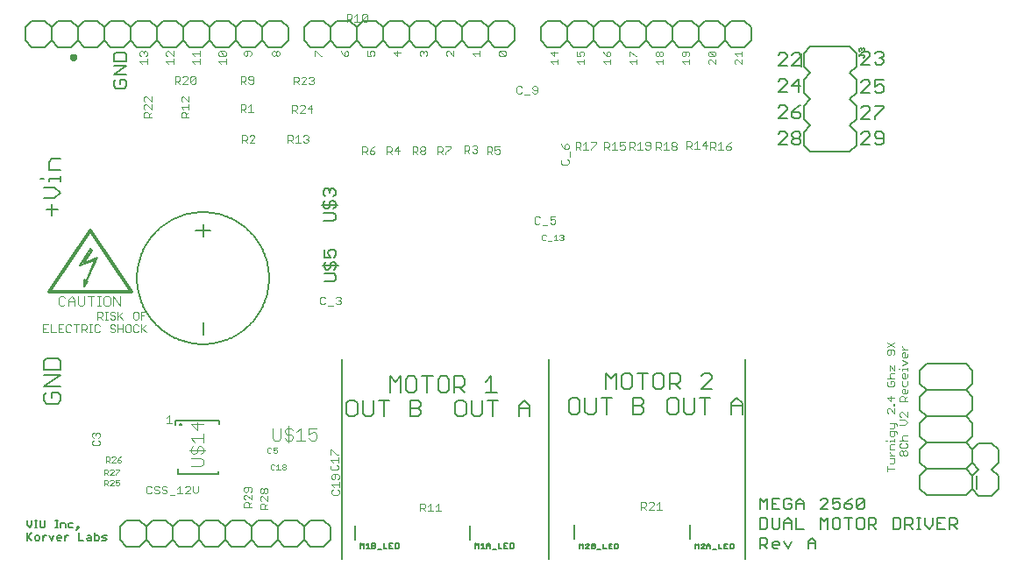
<source format=gbr>
G04 EAGLE Gerber RS-274X export*
G75*
%MOMM*%
%FSLAX34Y34*%
%LPD*%
%INSilkscreen Top*%
%IPPOS*%
%AMOC8*
5,1,8,0,0,1.08239X$1,22.5*%
G01*
%ADD10C,0.304800*%
%ADD11C,0.177800*%
%ADD12C,0.101600*%
%ADD13C,0.203200*%
%ADD14C,0.152400*%
%ADD15C,0.200000*%
%ADD16C,0.076200*%
%ADD17C,0.127000*%
%ADD18C,0.050800*%


D10*
X220454Y485140D02*
X220456Y485224D01*
X220462Y485308D01*
X220472Y485392D01*
X220485Y485475D01*
X220503Y485557D01*
X220525Y485639D01*
X220550Y485719D01*
X220579Y485798D01*
X220612Y485876D01*
X220648Y485952D01*
X220688Y486026D01*
X220731Y486098D01*
X220777Y486168D01*
X220827Y486236D01*
X220880Y486302D01*
X220936Y486365D01*
X220995Y486425D01*
X221057Y486482D01*
X221121Y486537D01*
X221188Y486588D01*
X221257Y486636D01*
X221328Y486681D01*
X221401Y486723D01*
X221476Y486761D01*
X221553Y486795D01*
X221631Y486826D01*
X221711Y486853D01*
X221792Y486877D01*
X221874Y486896D01*
X221957Y486912D01*
X222040Y486924D01*
X222124Y486932D01*
X222208Y486936D01*
X222292Y486936D01*
X222376Y486932D01*
X222460Y486924D01*
X222543Y486912D01*
X222626Y486896D01*
X222708Y486877D01*
X222789Y486853D01*
X222869Y486826D01*
X222947Y486795D01*
X223024Y486761D01*
X223099Y486723D01*
X223172Y486681D01*
X223243Y486636D01*
X223312Y486588D01*
X223379Y486537D01*
X223443Y486482D01*
X223505Y486425D01*
X223564Y486365D01*
X223620Y486302D01*
X223673Y486236D01*
X223723Y486168D01*
X223769Y486098D01*
X223812Y486026D01*
X223852Y485952D01*
X223888Y485876D01*
X223921Y485798D01*
X223950Y485719D01*
X223975Y485639D01*
X223997Y485557D01*
X224015Y485475D01*
X224028Y485392D01*
X224038Y485308D01*
X224044Y485224D01*
X224046Y485140D01*
X224044Y485056D01*
X224038Y484972D01*
X224028Y484888D01*
X224015Y484805D01*
X223997Y484723D01*
X223975Y484641D01*
X223950Y484561D01*
X223921Y484482D01*
X223888Y484404D01*
X223852Y484328D01*
X223812Y484254D01*
X223769Y484182D01*
X223723Y484112D01*
X223673Y484044D01*
X223620Y483978D01*
X223564Y483915D01*
X223505Y483855D01*
X223443Y483798D01*
X223379Y483743D01*
X223312Y483692D01*
X223243Y483644D01*
X223172Y483599D01*
X223099Y483557D01*
X223024Y483519D01*
X222947Y483485D01*
X222869Y483454D01*
X222789Y483427D01*
X222708Y483403D01*
X222626Y483384D01*
X222543Y483368D01*
X222460Y483356D01*
X222376Y483348D01*
X222292Y483344D01*
X222208Y483344D01*
X222124Y483348D01*
X222040Y483356D01*
X221957Y483368D01*
X221874Y483384D01*
X221792Y483403D01*
X221711Y483427D01*
X221631Y483454D01*
X221553Y483485D01*
X221476Y483519D01*
X221401Y483557D01*
X221328Y483599D01*
X221257Y483644D01*
X221188Y483692D01*
X221121Y483743D01*
X221057Y483798D01*
X220995Y483855D01*
X220936Y483915D01*
X220880Y483978D01*
X220827Y484044D01*
X220777Y484112D01*
X220731Y484182D01*
X220688Y484254D01*
X220648Y484328D01*
X220612Y484404D01*
X220579Y484482D01*
X220550Y484561D01*
X220525Y484641D01*
X220503Y484723D01*
X220485Y484805D01*
X220472Y484888D01*
X220462Y484972D01*
X220456Y485056D01*
X220454Y485140D01*
D11*
X260784Y461899D02*
X262860Y463975D01*
X260784Y461899D02*
X260784Y457747D01*
X262860Y455671D01*
X271165Y455671D01*
X273241Y457747D01*
X273241Y461899D01*
X271165Y463975D01*
X267013Y463975D01*
X267013Y459823D01*
X273241Y468768D02*
X260784Y468768D01*
X273241Y477073D01*
X260784Y477073D01*
X260784Y481866D02*
X273241Y481866D01*
X273241Y488094D01*
X271165Y490170D01*
X262860Y490170D01*
X260784Y488094D01*
X260784Y481866D01*
D12*
X633910Y486758D02*
X638656Y486758D01*
X633910Y486758D02*
X632724Y487944D01*
X632724Y490317D01*
X633910Y491503D01*
X638656Y491503D01*
X639842Y490317D01*
X639842Y487944D01*
X638656Y486758D01*
X633910Y491503D01*
X609697Y486758D02*
X607324Y489131D01*
X614442Y489131D01*
X614442Y491503D02*
X614442Y486758D01*
X589042Y486758D02*
X589042Y491503D01*
X589042Y486758D02*
X584297Y491503D01*
X583110Y491503D01*
X581924Y490317D01*
X581924Y487944D01*
X583110Y486758D01*
X557710Y486758D02*
X556524Y487944D01*
X556524Y490317D01*
X557710Y491503D01*
X558897Y491503D01*
X560083Y490317D01*
X560083Y489131D01*
X560083Y490317D02*
X561269Y491503D01*
X562456Y491503D01*
X563642Y490317D01*
X563642Y487944D01*
X562456Y486758D01*
X538242Y490317D02*
X531124Y490317D01*
X534683Y486758D01*
X534683Y491503D01*
X505724Y491503D02*
X505724Y486758D01*
X509283Y486758D01*
X508097Y489131D01*
X508097Y490317D01*
X509283Y491503D01*
X511656Y491503D01*
X512842Y490317D01*
X512842Y487944D01*
X511656Y486758D01*
X481510Y489131D02*
X480324Y491503D01*
X481510Y489131D02*
X483883Y486758D01*
X486256Y486758D01*
X487442Y487944D01*
X487442Y490317D01*
X486256Y491503D01*
X485069Y491503D01*
X483883Y490317D01*
X483883Y486758D01*
X454924Y486758D02*
X454924Y491503D01*
X456110Y491503D01*
X460856Y486758D01*
X462042Y486758D01*
X415010Y486758D02*
X413824Y487944D01*
X413824Y490317D01*
X415010Y491503D01*
X416197Y491503D01*
X417383Y490317D01*
X418569Y491503D01*
X419756Y491503D01*
X420942Y490317D01*
X420942Y487944D01*
X419756Y486758D01*
X418569Y486758D01*
X417383Y487944D01*
X416197Y486758D01*
X415010Y486758D01*
X417383Y487944D02*
X417383Y490317D01*
X393542Y487944D02*
X392356Y486758D01*
X393542Y487944D02*
X393542Y490317D01*
X392356Y491503D01*
X387610Y491503D01*
X386424Y490317D01*
X386424Y487944D01*
X387610Y486758D01*
X388797Y486758D01*
X389983Y487944D01*
X389983Y491503D01*
X364397Y479058D02*
X362024Y481431D01*
X369142Y481431D01*
X369142Y483803D02*
X369142Y479058D01*
X367956Y486542D02*
X363210Y486542D01*
X362024Y487729D01*
X362024Y490101D01*
X363210Y491288D01*
X367956Y491288D01*
X369142Y490101D01*
X369142Y487729D01*
X367956Y486542D01*
X363210Y491288D01*
X338997Y479058D02*
X336624Y481431D01*
X343742Y481431D01*
X343742Y483803D02*
X343742Y479058D01*
X338997Y486542D02*
X336624Y488915D01*
X343742Y488915D01*
X343742Y486542D02*
X343742Y491288D01*
X313597Y479058D02*
X311224Y481431D01*
X318342Y481431D01*
X318342Y483803D02*
X318342Y479058D01*
X318342Y486542D02*
X318342Y491288D01*
X313597Y491288D02*
X318342Y486542D01*
X313597Y491288D02*
X312410Y491288D01*
X311224Y490101D01*
X311224Y487729D01*
X312410Y486542D01*
X288197Y479058D02*
X285824Y481431D01*
X292942Y481431D01*
X292942Y483803D02*
X292942Y479058D01*
X287010Y486542D02*
X285824Y487729D01*
X285824Y490101D01*
X287010Y491288D01*
X288197Y491288D01*
X289383Y490101D01*
X289383Y488915D01*
X289383Y490101D02*
X290569Y491288D01*
X291756Y491288D01*
X292942Y490101D01*
X292942Y487729D01*
X291756Y486542D01*
X682524Y481241D02*
X684897Y478868D01*
X682524Y481241D02*
X689642Y481241D01*
X689642Y483613D02*
X689642Y478868D01*
X689642Y489911D02*
X682524Y489911D01*
X686083Y486352D01*
X686083Y491098D01*
X707924Y481241D02*
X710297Y478868D01*
X707924Y481241D02*
X715042Y481241D01*
X715042Y483613D02*
X715042Y478868D01*
X707924Y486352D02*
X707924Y491098D01*
X707924Y486352D02*
X711483Y486352D01*
X710297Y488725D01*
X710297Y489911D01*
X711483Y491098D01*
X713856Y491098D01*
X715042Y489911D01*
X715042Y487539D01*
X713856Y486352D01*
X733324Y481241D02*
X735697Y478868D01*
X733324Y481241D02*
X740442Y481241D01*
X740442Y483613D02*
X740442Y478868D01*
X734510Y488725D02*
X733324Y491098D01*
X734510Y488725D02*
X736883Y486352D01*
X739256Y486352D01*
X740442Y487539D01*
X740442Y489911D01*
X739256Y491098D01*
X738069Y491098D01*
X736883Y489911D01*
X736883Y486352D01*
X758724Y481241D02*
X761097Y478868D01*
X758724Y481241D02*
X765842Y481241D01*
X765842Y483613D02*
X765842Y478868D01*
X758724Y486352D02*
X758724Y491098D01*
X759910Y491098D01*
X764656Y486352D01*
X765842Y486352D01*
X784124Y481241D02*
X786497Y478868D01*
X784124Y481241D02*
X791242Y481241D01*
X791242Y483613D02*
X791242Y478868D01*
X785310Y486352D02*
X784124Y487539D01*
X784124Y489911D01*
X785310Y491098D01*
X786497Y491098D01*
X787683Y489911D01*
X788869Y491098D01*
X790056Y491098D01*
X791242Y489911D01*
X791242Y487539D01*
X790056Y486352D01*
X788869Y486352D01*
X787683Y487539D01*
X786497Y486352D01*
X785310Y486352D01*
X787683Y487539D02*
X787683Y489911D01*
X809524Y481241D02*
X811897Y478868D01*
X809524Y481241D02*
X816642Y481241D01*
X816642Y483613D02*
X816642Y478868D01*
X815456Y486352D02*
X816642Y487539D01*
X816642Y489911D01*
X815456Y491098D01*
X810710Y491098D01*
X809524Y489911D01*
X809524Y487539D01*
X810710Y486352D01*
X811897Y486352D01*
X813083Y487539D01*
X813083Y491098D01*
X842042Y483613D02*
X842042Y478868D01*
X837297Y483613D01*
X836110Y483613D01*
X834924Y482427D01*
X834924Y480054D01*
X836110Y478868D01*
X836110Y486352D02*
X840856Y486352D01*
X836110Y486352D02*
X834924Y487539D01*
X834924Y489911D01*
X836110Y491098D01*
X840856Y491098D01*
X842042Y489911D01*
X842042Y487539D01*
X840856Y486352D01*
X836110Y491098D01*
X867442Y483613D02*
X867442Y478868D01*
X862697Y483613D01*
X861510Y483613D01*
X860324Y482427D01*
X860324Y480054D01*
X861510Y478868D01*
X862697Y486352D02*
X860324Y488725D01*
X867442Y488725D01*
X867442Y486352D02*
X867442Y491098D01*
D11*
X902589Y477139D02*
X910893Y477139D01*
X902589Y477139D02*
X910893Y485443D01*
X910893Y487520D01*
X908817Y489596D01*
X904665Y489596D01*
X902589Y487520D01*
X915686Y477139D02*
X923991Y477139D01*
X923991Y485443D02*
X915686Y477139D01*
X923991Y485443D02*
X923991Y487520D01*
X921915Y489596D01*
X917762Y489596D01*
X915686Y487520D01*
X910893Y451739D02*
X902589Y451739D01*
X910893Y460043D01*
X910893Y462120D01*
X908817Y464196D01*
X904665Y464196D01*
X902589Y462120D01*
X921915Y464196D02*
X921915Y451739D01*
X915686Y457967D02*
X921915Y464196D01*
X923991Y457967D02*
X915686Y457967D01*
X910893Y426339D02*
X902589Y426339D01*
X910893Y434643D01*
X910893Y436720D01*
X908817Y438796D01*
X904665Y438796D01*
X902589Y436720D01*
X919838Y436720D02*
X923991Y438796D01*
X919838Y436720D02*
X915686Y432567D01*
X915686Y428415D01*
X917762Y426339D01*
X921915Y426339D01*
X923991Y428415D01*
X923991Y430491D01*
X921915Y432567D01*
X915686Y432567D01*
X910893Y400939D02*
X902589Y400939D01*
X910893Y409243D01*
X910893Y411320D01*
X908817Y413396D01*
X904665Y413396D01*
X902589Y411320D01*
X915686Y411320D02*
X917762Y413396D01*
X921915Y413396D01*
X923991Y411320D01*
X923991Y409243D01*
X921915Y407167D01*
X923991Y405091D01*
X923991Y403015D01*
X921915Y400939D01*
X917762Y400939D01*
X915686Y403015D01*
X915686Y405091D01*
X917762Y407167D01*
X915686Y409243D01*
X915686Y411320D01*
X917762Y407167D02*
X921915Y407167D01*
D13*
X884772Y59393D02*
X884772Y48716D01*
X888331Y55834D02*
X884772Y59393D01*
X888331Y55834D02*
X891890Y59393D01*
X891890Y48716D01*
X896466Y59393D02*
X903584Y59393D01*
X896466Y59393D02*
X896466Y48716D01*
X903584Y48716D01*
X900025Y54055D02*
X896466Y54055D01*
X913499Y59393D02*
X915278Y57614D01*
X913499Y59393D02*
X909940Y59393D01*
X908160Y57614D01*
X908160Y50496D01*
X909940Y48716D01*
X913499Y48716D01*
X915278Y50496D01*
X915278Y54055D01*
X911719Y54055D01*
X919854Y55834D02*
X919854Y48716D01*
X919854Y55834D02*
X923413Y59393D01*
X926972Y55834D01*
X926972Y48716D01*
X926972Y54055D02*
X919854Y54055D01*
X943242Y48716D02*
X950360Y48716D01*
X943242Y48716D02*
X950360Y55834D01*
X950360Y57614D01*
X948581Y59393D01*
X945021Y59393D01*
X943242Y57614D01*
X954936Y59393D02*
X962054Y59393D01*
X954936Y59393D02*
X954936Y54055D01*
X958495Y55834D01*
X960274Y55834D01*
X962054Y54055D01*
X962054Y50496D01*
X960274Y48716D01*
X956715Y48716D01*
X954936Y50496D01*
X970189Y57614D02*
X973748Y59393D01*
X970189Y57614D02*
X966630Y54055D01*
X966630Y50496D01*
X968409Y48716D01*
X971968Y48716D01*
X973748Y50496D01*
X973748Y52275D01*
X971968Y54055D01*
X966630Y54055D01*
X978324Y50496D02*
X978324Y57614D01*
X980103Y59393D01*
X983662Y59393D01*
X985442Y57614D01*
X985442Y50496D01*
X983662Y48716D01*
X980103Y48716D01*
X978324Y50496D01*
X985442Y57614D01*
X884772Y40343D02*
X884772Y29666D01*
X890111Y29666D01*
X891890Y31446D01*
X891890Y38564D01*
X890111Y40343D01*
X884772Y40343D01*
X896466Y40343D02*
X896466Y31446D01*
X898246Y29666D01*
X901805Y29666D01*
X903584Y31446D01*
X903584Y40343D01*
X908160Y36784D02*
X908160Y29666D01*
X908160Y36784D02*
X911719Y40343D01*
X915278Y36784D01*
X915278Y29666D01*
X915278Y35005D02*
X908160Y35005D01*
X919854Y40343D02*
X919854Y29666D01*
X926972Y29666D01*
X943242Y29666D02*
X943242Y40343D01*
X946801Y36784D01*
X950360Y40343D01*
X950360Y29666D01*
X956715Y40343D02*
X960274Y40343D01*
X956715Y40343D02*
X954936Y38564D01*
X954936Y31446D01*
X956715Y29666D01*
X960274Y29666D01*
X962054Y31446D01*
X962054Y38564D01*
X960274Y40343D01*
X970189Y40343D02*
X970189Y29666D01*
X966630Y40343D02*
X973748Y40343D01*
X980103Y40343D02*
X983662Y40343D01*
X980103Y40343D02*
X978324Y38564D01*
X978324Y31446D01*
X980103Y29666D01*
X983662Y29666D01*
X985442Y31446D01*
X985442Y38564D01*
X983662Y40343D01*
X990018Y40343D02*
X990018Y29666D01*
X990018Y40343D02*
X995356Y40343D01*
X997136Y38564D01*
X997136Y35005D01*
X995356Y33225D01*
X990018Y33225D01*
X993577Y33225D02*
X997136Y29666D01*
X1013406Y29666D02*
X1013406Y40343D01*
X1013406Y29666D02*
X1018744Y29666D01*
X1020524Y31446D01*
X1020524Y38564D01*
X1018744Y40343D01*
X1013406Y40343D01*
X1025100Y40343D02*
X1025100Y29666D01*
X1025100Y40343D02*
X1030438Y40343D01*
X1032218Y38564D01*
X1032218Y35005D01*
X1030438Y33225D01*
X1025100Y33225D01*
X1028659Y33225D02*
X1032218Y29666D01*
X1036794Y29666D02*
X1040353Y29666D01*
X1038573Y29666D02*
X1038573Y40343D01*
X1036794Y40343D02*
X1040353Y40343D01*
X1044590Y40343D02*
X1044590Y33225D01*
X1048149Y29666D01*
X1051708Y33225D01*
X1051708Y40343D01*
X1056284Y40343D02*
X1063402Y40343D01*
X1056284Y40343D02*
X1056284Y29666D01*
X1063402Y29666D01*
X1059843Y35005D02*
X1056284Y35005D01*
X1067978Y40343D02*
X1067978Y29666D01*
X1067978Y40343D02*
X1073316Y40343D01*
X1075096Y38564D01*
X1075096Y35005D01*
X1073316Y33225D01*
X1067978Y33225D01*
X1071537Y33225D02*
X1075096Y29666D01*
X884772Y21293D02*
X884772Y10616D01*
X884772Y21293D02*
X890111Y21293D01*
X891890Y19514D01*
X891890Y15955D01*
X890111Y14175D01*
X884772Y14175D01*
X888331Y14175D02*
X891890Y10616D01*
X898246Y10616D02*
X901805Y10616D01*
X898246Y10616D02*
X896466Y12396D01*
X896466Y15955D01*
X898246Y17734D01*
X901805Y17734D01*
X903584Y15955D01*
X903584Y14175D01*
X896466Y14175D01*
X908160Y17734D02*
X911719Y10616D01*
X915278Y17734D01*
X931548Y17734D02*
X931548Y10616D01*
X931548Y17734D02*
X935107Y21293D01*
X938666Y17734D01*
X938666Y10616D01*
X938666Y15955D02*
X931548Y15955D01*
D14*
X681000Y1000D02*
X681000Y194000D01*
D10*
X278000Y258500D02*
X198000Y258500D01*
X238000Y318500D02*
X278000Y258500D01*
X238000Y318500D02*
X198000Y258500D01*
D15*
X228000Y284500D02*
X238000Y300500D01*
X240000Y288500D02*
X228000Y284500D01*
X240000Y298500D02*
X238000Y300500D01*
X240000Y298500D02*
X232000Y286500D01*
X242000Y290500D01*
X238000Y296500D02*
X238000Y300500D01*
X236000Y296500D02*
X236000Y294500D01*
X234000Y292500D01*
X234000Y290500D01*
X230000Y286500D01*
X238000Y296500D01*
X242000Y289500D02*
X233500Y268000D01*
X243500Y291000D01*
X233000Y287000D01*
X245000Y291500D02*
X233500Y268000D01*
X241000Y290000D02*
X245000Y291500D01*
X233500Y268000D02*
X232000Y264000D01*
X232000Y270500D01*
X236000Y269000D01*
X232000Y264000D01*
D16*
X213784Y253059D02*
X212216Y254627D01*
X209081Y254627D01*
X207513Y253059D01*
X207513Y246789D01*
X209081Y245221D01*
X212216Y245221D01*
X213784Y246789D01*
X216868Y245221D02*
X216868Y251492D01*
X220004Y254627D01*
X223139Y251492D01*
X223139Y245221D01*
X223139Y249924D02*
X216868Y249924D01*
X226223Y246789D02*
X226223Y254627D01*
X226223Y246789D02*
X227791Y245221D01*
X230926Y245221D01*
X232494Y246789D01*
X232494Y254627D01*
X238714Y254627D02*
X238714Y245221D01*
X235579Y254627D02*
X241849Y254627D01*
X244934Y245221D02*
X248069Y245221D01*
X246501Y245221D02*
X246501Y254627D01*
X244934Y254627D02*
X248069Y254627D01*
X252738Y254627D02*
X255874Y254627D01*
X252738Y254627D02*
X251171Y253059D01*
X251171Y246789D01*
X252738Y245221D01*
X255874Y245221D01*
X257441Y246789D01*
X257441Y253059D01*
X255874Y254627D01*
X260526Y254627D02*
X260526Y245221D01*
X266796Y245221D02*
X260526Y254627D01*
X266796Y254627D02*
X266796Y245221D01*
X244770Y239445D02*
X244770Y232073D01*
X244770Y239445D02*
X248456Y239445D01*
X249685Y238217D01*
X249685Y235759D01*
X248456Y234530D01*
X244770Y234530D01*
X247228Y234530D02*
X249685Y232073D01*
X252254Y232073D02*
X254712Y232073D01*
X253483Y232073D02*
X253483Y239445D01*
X252254Y239445D02*
X254712Y239445D01*
X260930Y239445D02*
X262159Y238217D01*
X260930Y239445D02*
X258472Y239445D01*
X257244Y238217D01*
X257244Y236988D01*
X258472Y235759D01*
X260930Y235759D01*
X262159Y234530D01*
X262159Y233302D01*
X260930Y232073D01*
X258472Y232073D01*
X257244Y233302D01*
X264728Y232073D02*
X264728Y239445D01*
X264728Y234530D02*
X269643Y239445D01*
X265957Y235759D02*
X269643Y232073D01*
X280925Y239445D02*
X283382Y239445D01*
X280925Y239445D02*
X279696Y238217D01*
X279696Y233302D01*
X280925Y232073D01*
X283382Y232073D01*
X284611Y233302D01*
X284611Y238217D01*
X283382Y239445D01*
X287180Y239445D02*
X287180Y232073D01*
X287180Y239445D02*
X292095Y239445D01*
X289638Y235759D02*
X287180Y235759D01*
X197296Y227253D02*
X192381Y227253D01*
X192381Y219881D01*
X197296Y219881D01*
X194838Y223567D02*
X192381Y223567D01*
X199865Y227253D02*
X199865Y219881D01*
X204780Y219881D01*
X207349Y227253D02*
X212264Y227253D01*
X207349Y227253D02*
X207349Y219881D01*
X212264Y219881D01*
X209807Y223567D02*
X207349Y223567D01*
X218520Y227253D02*
X219748Y226025D01*
X218520Y227253D02*
X216062Y227253D01*
X214833Y226025D01*
X214833Y221110D01*
X216062Y219881D01*
X218520Y219881D01*
X219748Y221110D01*
X224775Y219881D02*
X224775Y227253D01*
X222318Y227253D02*
X227232Y227253D01*
X229802Y227253D02*
X229802Y219881D01*
X229802Y227253D02*
X233488Y227253D01*
X234717Y226025D01*
X234717Y223567D01*
X233488Y222338D01*
X229802Y222338D01*
X232259Y222338D02*
X234717Y219881D01*
X237286Y219881D02*
X239743Y219881D01*
X238515Y219881D02*
X238515Y227253D01*
X239743Y227253D02*
X237286Y227253D01*
X245962Y227253D02*
X247190Y226025D01*
X245962Y227253D02*
X243504Y227253D01*
X242275Y226025D01*
X242275Y221110D01*
X243504Y219881D01*
X245962Y219881D01*
X247190Y221110D01*
X260930Y227253D02*
X262159Y226025D01*
X260930Y227253D02*
X258472Y227253D01*
X257244Y226025D01*
X257244Y224796D01*
X258472Y223567D01*
X260930Y223567D01*
X262159Y222338D01*
X262159Y221110D01*
X260930Y219881D01*
X258472Y219881D01*
X257244Y221110D01*
X264728Y219881D02*
X264728Y227253D01*
X264728Y223567D02*
X269643Y223567D01*
X269643Y227253D02*
X269643Y219881D01*
X273441Y227253D02*
X275898Y227253D01*
X273441Y227253D02*
X272212Y226025D01*
X272212Y221110D01*
X273441Y219881D01*
X275898Y219881D01*
X277127Y221110D01*
X277127Y226025D01*
X275898Y227253D01*
X283382Y227253D02*
X284611Y226025D01*
X283382Y227253D02*
X280925Y227253D01*
X279696Y226025D01*
X279696Y221110D01*
X280925Y219881D01*
X283382Y219881D01*
X284611Y221110D01*
X287180Y219881D02*
X287180Y227253D01*
X287180Y222338D02*
X292095Y227253D01*
X288409Y223567D02*
X292095Y219881D01*
X1007555Y87838D02*
X1014927Y87838D01*
X1007555Y85381D02*
X1007555Y90296D01*
X1010012Y92865D02*
X1013698Y92865D01*
X1014927Y94094D01*
X1014927Y97780D01*
X1010012Y97780D01*
X1010012Y100349D02*
X1014927Y100349D01*
X1012470Y100349D02*
X1010012Y102807D01*
X1010012Y104035D01*
X1010012Y106586D02*
X1014927Y106586D01*
X1010012Y106586D02*
X1010012Y110272D01*
X1011241Y111501D01*
X1014927Y111501D01*
X1010012Y114070D02*
X1010012Y115299D01*
X1014927Y115299D01*
X1014927Y114070D02*
X1014927Y116528D01*
X1007555Y115299D02*
X1006326Y115299D01*
X1017384Y121517D02*
X1017384Y122746D01*
X1016156Y123975D01*
X1010012Y123975D01*
X1010012Y120288D01*
X1011241Y119060D01*
X1013698Y119060D01*
X1014927Y120288D01*
X1014927Y123975D01*
X1013698Y126544D02*
X1010012Y126544D01*
X1013698Y126544D02*
X1014927Y127773D01*
X1014927Y131459D01*
X1016156Y131459D02*
X1010012Y131459D01*
X1016156Y131459D02*
X1017384Y130230D01*
X1017384Y129001D01*
X1014927Y141512D02*
X1014927Y146427D01*
X1014927Y141512D02*
X1010012Y146427D01*
X1008783Y146427D01*
X1007555Y145198D01*
X1007555Y142741D01*
X1008783Y141512D01*
X1013698Y148996D02*
X1014927Y148996D01*
X1013698Y148996D02*
X1013698Y150225D01*
X1014927Y150225D01*
X1014927Y148996D01*
X1014927Y156425D02*
X1007555Y156425D01*
X1011241Y152738D01*
X1011241Y157653D01*
X1007555Y171393D02*
X1008783Y172622D01*
X1007555Y171393D02*
X1007555Y168935D01*
X1008783Y167707D01*
X1013698Y167707D01*
X1014927Y168935D01*
X1014927Y171393D01*
X1013698Y172622D01*
X1011241Y172622D01*
X1011241Y170164D01*
X1007555Y175191D02*
X1014927Y175191D01*
X1011241Y175191D02*
X1010012Y176420D01*
X1010012Y178877D01*
X1011241Y180106D01*
X1014927Y180106D01*
X1010012Y182675D02*
X1010012Y187590D01*
X1014927Y182675D01*
X1014927Y187590D01*
X1013698Y197643D02*
X1014927Y198872D01*
X1014927Y201329D01*
X1013698Y202558D01*
X1008783Y202558D01*
X1007555Y201329D01*
X1007555Y198872D01*
X1008783Y197643D01*
X1010012Y197643D01*
X1011241Y198872D01*
X1011241Y202558D01*
X1007555Y205127D02*
X1014927Y210042D01*
X1014927Y205127D02*
X1007555Y210042D01*
X1019747Y101578D02*
X1020975Y100349D01*
X1019747Y101578D02*
X1019747Y104035D01*
X1020975Y105264D01*
X1022204Y105264D01*
X1023433Y104035D01*
X1024662Y105264D01*
X1025890Y105264D01*
X1027119Y104035D01*
X1027119Y101578D01*
X1025890Y100349D01*
X1024662Y100349D01*
X1023433Y101578D01*
X1022204Y100349D01*
X1020975Y100349D01*
X1023433Y101578D02*
X1023433Y104035D01*
X1019747Y111520D02*
X1020975Y112748D01*
X1019747Y111520D02*
X1019747Y109062D01*
X1020975Y107833D01*
X1025890Y107833D01*
X1027119Y109062D01*
X1027119Y111520D01*
X1025890Y112748D01*
X1027119Y115318D02*
X1019747Y115318D01*
X1022204Y116546D02*
X1023433Y115318D01*
X1022204Y116546D02*
X1022204Y119004D01*
X1023433Y120232D01*
X1027119Y120232D01*
X1024662Y130286D02*
X1019747Y130286D01*
X1024662Y130286D02*
X1027119Y132743D01*
X1024662Y135201D01*
X1019747Y135201D01*
X1027119Y137770D02*
X1027119Y142685D01*
X1027119Y137770D02*
X1022204Y142685D01*
X1020975Y142685D01*
X1019747Y141456D01*
X1019747Y138999D01*
X1020975Y137770D01*
X1019747Y152738D02*
X1027119Y152738D01*
X1019747Y152738D02*
X1019747Y156425D01*
X1020975Y157653D01*
X1023433Y157653D01*
X1024662Y156425D01*
X1024662Y152738D01*
X1024662Y155196D02*
X1027119Y157653D01*
X1027119Y161451D02*
X1027119Y163909D01*
X1027119Y161451D02*
X1025890Y160223D01*
X1023433Y160223D01*
X1022204Y161451D01*
X1022204Y163909D01*
X1023433Y165137D01*
X1024662Y165137D01*
X1024662Y160223D01*
X1022204Y168935D02*
X1022204Y172622D01*
X1022204Y168935D02*
X1023433Y167707D01*
X1025890Y167707D01*
X1027119Y168935D01*
X1027119Y172622D01*
X1027119Y176420D02*
X1027119Y178877D01*
X1027119Y176420D02*
X1025890Y175191D01*
X1023433Y175191D01*
X1022204Y176420D01*
X1022204Y178877D01*
X1023433Y180106D01*
X1024662Y180106D01*
X1024662Y175191D01*
X1022204Y182675D02*
X1022204Y183904D01*
X1027119Y183904D01*
X1027119Y185132D02*
X1027119Y182675D01*
X1019747Y183904D02*
X1018518Y183904D01*
X1022204Y187664D02*
X1027119Y190122D01*
X1022204Y192579D01*
X1027119Y196377D02*
X1027119Y198835D01*
X1027119Y196377D02*
X1025890Y195149D01*
X1023433Y195149D01*
X1022204Y196377D01*
X1022204Y198835D01*
X1023433Y200063D01*
X1024662Y200063D01*
X1024662Y195149D01*
X1027119Y202633D02*
X1022204Y202633D01*
X1022204Y205090D02*
X1024662Y202633D01*
X1022204Y205090D02*
X1022204Y206319D01*
D11*
X990893Y400939D02*
X982589Y400939D01*
X990893Y409243D01*
X990893Y411320D01*
X988817Y413396D01*
X984665Y413396D01*
X982589Y411320D01*
X995686Y403015D02*
X997762Y400939D01*
X1001915Y400939D01*
X1003991Y403015D01*
X1003991Y411320D01*
X1001915Y413396D01*
X997762Y413396D01*
X995686Y411320D01*
X995686Y409243D01*
X997762Y407167D01*
X1003991Y407167D01*
X990893Y425939D02*
X982589Y425939D01*
X990893Y434243D01*
X990893Y436320D01*
X988817Y438396D01*
X984665Y438396D01*
X982589Y436320D01*
X995686Y438396D02*
X1003991Y438396D01*
X1003991Y436320D01*
X995686Y428015D01*
X995686Y425939D01*
X990893Y450939D02*
X982589Y450939D01*
X990893Y459243D01*
X990893Y461320D01*
X988817Y463396D01*
X984665Y463396D01*
X982589Y461320D01*
X995686Y463396D02*
X1003991Y463396D01*
X995686Y463396D02*
X995686Y457167D01*
X999838Y459243D01*
X1001915Y459243D01*
X1003991Y457167D01*
X1003991Y453015D01*
X1001915Y450939D01*
X997762Y450939D01*
X995686Y453015D01*
X990893Y478439D02*
X982589Y478439D01*
X990893Y486743D01*
X990893Y488820D01*
X988817Y490896D01*
X984665Y490896D01*
X982589Y488820D01*
X995686Y488820D02*
X997762Y490896D01*
X1001915Y490896D01*
X1003991Y488820D01*
X1003991Y486743D01*
X1001915Y484667D01*
X999838Y484667D01*
X1001915Y484667D02*
X1003991Y482591D01*
X1003991Y480515D01*
X1001915Y478439D01*
X997762Y478439D01*
X995686Y480515D01*
D17*
X598389Y154142D02*
X593220Y154142D01*
X590635Y151558D01*
X590635Y141220D01*
X593220Y138635D01*
X598389Y138635D01*
X600973Y141220D01*
X600973Y151558D01*
X598389Y154142D01*
X606071Y154142D02*
X606071Y141220D01*
X608656Y138635D01*
X613825Y138635D01*
X616409Y141220D01*
X616409Y154142D01*
X626676Y154142D02*
X626676Y138635D01*
X621507Y154142D02*
X631845Y154142D01*
X652379Y148973D02*
X652379Y138635D01*
X652379Y148973D02*
X657548Y154142D01*
X662717Y148973D01*
X662717Y138635D01*
X662717Y146389D02*
X652379Y146389D01*
X493389Y154142D02*
X488220Y154142D01*
X485635Y151558D01*
X485635Y141220D01*
X488220Y138635D01*
X493389Y138635D01*
X495973Y141220D01*
X495973Y151558D01*
X493389Y154142D01*
X501071Y154142D02*
X501071Y141220D01*
X503656Y138635D01*
X508825Y138635D01*
X511409Y141220D01*
X511409Y154142D01*
X521676Y154142D02*
X521676Y138635D01*
X516507Y154142D02*
X526845Y154142D01*
X547379Y154142D02*
X547379Y138635D01*
X547379Y154142D02*
X555133Y154142D01*
X557717Y151558D01*
X557717Y148973D01*
X555133Y146389D01*
X557717Y143804D01*
X557717Y141220D01*
X555133Y138635D01*
X547379Y138635D01*
X547379Y146389D02*
X555133Y146389D01*
D14*
X201103Y332762D02*
X201103Y343609D01*
X195680Y338185D02*
X206526Y338185D01*
X203815Y349134D02*
X192968Y349134D01*
X203815Y349134D02*
X209238Y354557D01*
X203815Y359980D01*
X192968Y359980D01*
X198391Y365505D02*
X198391Y368217D01*
X209238Y368217D01*
X209238Y370928D02*
X209238Y365505D01*
X192968Y368217D02*
X190256Y368217D01*
X198391Y376420D02*
X209238Y376420D01*
X198391Y376420D02*
X198391Y384554D01*
X201103Y387266D01*
X209238Y387266D01*
X195680Y161609D02*
X192968Y158897D01*
X192968Y153474D01*
X195680Y150762D01*
X206526Y150762D01*
X209238Y153474D01*
X209238Y158897D01*
X206526Y161609D01*
X201103Y161609D01*
X201103Y156185D01*
X209238Y167134D02*
X192968Y167134D01*
X209238Y177980D01*
X192968Y177980D01*
X192968Y183505D02*
X209238Y183505D01*
X209238Y191640D01*
X206526Y194352D01*
X195680Y194352D01*
X192968Y191640D01*
X192968Y183505D01*
X871000Y194000D02*
X871000Y1000D01*
X481000Y1000D02*
X481000Y194000D01*
D17*
X798220Y156142D02*
X803389Y156142D01*
X798220Y156142D02*
X795635Y153558D01*
X795635Y143220D01*
X798220Y140635D01*
X803389Y140635D01*
X805973Y143220D01*
X805973Y153558D01*
X803389Y156142D01*
X811071Y156142D02*
X811071Y143220D01*
X813656Y140635D01*
X818825Y140635D01*
X821409Y143220D01*
X821409Y156142D01*
X831676Y156142D02*
X831676Y140635D01*
X826507Y156142D02*
X836845Y156142D01*
X857379Y150973D02*
X857379Y140635D01*
X857379Y150973D02*
X862548Y156142D01*
X867717Y150973D01*
X867717Y140635D01*
X867717Y148389D02*
X857379Y148389D01*
X708389Y156142D02*
X703220Y156142D01*
X700635Y153558D01*
X700635Y143220D01*
X703220Y140635D01*
X708389Y140635D01*
X710973Y143220D01*
X710973Y153558D01*
X708389Y156142D01*
X716071Y156142D02*
X716071Y143220D01*
X718656Y140635D01*
X723825Y140635D01*
X726409Y143220D01*
X726409Y156142D01*
X736676Y156142D02*
X736676Y140635D01*
X731507Y156142D02*
X741845Y156142D01*
X762379Y156142D02*
X762379Y140635D01*
X762379Y156142D02*
X770133Y156142D01*
X772717Y153558D01*
X772717Y150973D01*
X770133Y148389D01*
X772717Y145804D01*
X772717Y143220D01*
X770133Y140635D01*
X762379Y140635D01*
X762379Y148389D02*
X770133Y148389D01*
X527635Y161635D02*
X527635Y177142D01*
X532804Y171973D01*
X537973Y177142D01*
X537973Y161635D01*
X545656Y177142D02*
X550825Y177142D01*
X545656Y177142D02*
X543071Y174558D01*
X543071Y164220D01*
X545656Y161635D01*
X550825Y161635D01*
X553409Y164220D01*
X553409Y174558D01*
X550825Y177142D01*
X563676Y177142D02*
X563676Y161635D01*
X558507Y177142D02*
X568845Y177142D01*
X576528Y177142D02*
X581697Y177142D01*
X576528Y177142D02*
X573943Y174558D01*
X573943Y164220D01*
X576528Y161635D01*
X581697Y161635D01*
X584281Y164220D01*
X584281Y174558D01*
X581697Y177142D01*
X589379Y177142D02*
X589379Y161635D01*
X589379Y177142D02*
X597133Y177142D01*
X599717Y174558D01*
X599717Y169389D01*
X597133Y166804D01*
X589379Y166804D01*
X594548Y166804D02*
X599717Y161635D01*
X620251Y171973D02*
X625420Y177142D01*
X625420Y161635D01*
X620251Y161635D02*
X630590Y161635D01*
X735635Y164635D02*
X735635Y180142D01*
X740804Y174973D01*
X745973Y180142D01*
X745973Y164635D01*
X753656Y180142D02*
X758825Y180142D01*
X753656Y180142D02*
X751071Y177558D01*
X751071Y167220D01*
X753656Y164635D01*
X758825Y164635D01*
X761409Y167220D01*
X761409Y177558D01*
X758825Y180142D01*
X771676Y180142D02*
X771676Y164635D01*
X766507Y180142D02*
X776845Y180142D01*
X784528Y180142D02*
X789697Y180142D01*
X784528Y180142D02*
X781943Y177558D01*
X781943Y167220D01*
X784528Y164635D01*
X789697Y164635D01*
X792281Y167220D01*
X792281Y177558D01*
X789697Y180142D01*
X797379Y180142D02*
X797379Y164635D01*
X797379Y180142D02*
X805133Y180142D01*
X807717Y177558D01*
X807717Y172389D01*
X805133Y169804D01*
X797379Y169804D01*
X802548Y169804D02*
X807717Y164635D01*
X828251Y164635D02*
X838590Y164635D01*
X838590Y174973D02*
X828251Y164635D01*
X838590Y174973D02*
X838590Y177558D01*
X836005Y180142D01*
X830836Y180142D01*
X828251Y177558D01*
X177154Y37771D02*
X177154Y33195D01*
X179442Y30907D01*
X181730Y33195D01*
X181730Y37771D01*
X184638Y30907D02*
X186926Y30907D01*
X185782Y30907D02*
X185782Y37771D01*
X184638Y37771D02*
X186926Y37771D01*
X189628Y37771D02*
X189628Y32051D01*
X190772Y30907D01*
X193060Y30907D01*
X194204Y32051D01*
X194204Y37771D01*
X204596Y30907D02*
X206884Y30907D01*
X205740Y30907D02*
X205740Y37771D01*
X204596Y37771D02*
X206884Y37771D01*
X209585Y35483D02*
X209585Y30907D01*
X209585Y35483D02*
X213017Y35483D01*
X214161Y34339D01*
X214161Y30907D01*
X218213Y35483D02*
X221645Y35483D01*
X218213Y35483D02*
X217070Y34339D01*
X217070Y32051D01*
X218213Y30907D01*
X221645Y30907D01*
X224554Y28619D02*
X226842Y30907D01*
X226842Y32051D01*
X225698Y32051D01*
X225698Y30907D01*
X226842Y30907D01*
X177154Y25579D02*
X177154Y18715D01*
X177154Y21003D02*
X181730Y25579D01*
X178298Y22147D02*
X181730Y18715D01*
X185782Y18715D02*
X188070Y18715D01*
X189214Y19859D01*
X189214Y22147D01*
X188070Y23291D01*
X185782Y23291D01*
X184638Y22147D01*
X184638Y19859D01*
X185782Y18715D01*
X192122Y18715D02*
X192122Y23291D01*
X192122Y21003D02*
X194410Y23291D01*
X195554Y23291D01*
X198359Y23291D02*
X200647Y18715D01*
X202935Y23291D01*
X206987Y18715D02*
X209275Y18715D01*
X206987Y18715D02*
X205843Y19859D01*
X205843Y22147D01*
X206987Y23291D01*
X209275Y23291D01*
X210419Y22147D01*
X210419Y21003D01*
X205843Y21003D01*
X213327Y18715D02*
X213327Y23291D01*
X213327Y21003D02*
X215615Y23291D01*
X216759Y23291D01*
X227048Y25579D02*
X227048Y18715D01*
X231624Y18715D01*
X235676Y23291D02*
X237964Y23291D01*
X239108Y22147D01*
X239108Y18715D01*
X235676Y18715D01*
X234533Y19859D01*
X235676Y21003D01*
X239108Y21003D01*
X242017Y18715D02*
X242017Y25579D01*
X242017Y18715D02*
X245449Y18715D01*
X246593Y19859D01*
X246593Y22147D01*
X245449Y23291D01*
X242017Y23291D01*
X249501Y18715D02*
X252933Y18715D01*
X254077Y19859D01*
X252933Y21003D01*
X250645Y21003D01*
X249501Y22147D01*
X250645Y23291D01*
X254077Y23291D01*
D14*
X476250Y495300D02*
X488950Y495300D01*
X476250Y495300D02*
X469900Y501650D01*
X469900Y514350D01*
X476250Y520700D01*
X514350Y495300D02*
X520700Y501650D01*
X514350Y495300D02*
X501650Y495300D01*
X495300Y501650D01*
X495300Y514350D01*
X501650Y520700D01*
X514350Y520700D01*
X520700Y514350D01*
X495300Y501650D02*
X488950Y495300D01*
X495300Y514350D02*
X488950Y520700D01*
X476250Y520700D01*
X552450Y495300D02*
X565150Y495300D01*
X552450Y495300D02*
X546100Y501650D01*
X546100Y514350D01*
X552450Y520700D01*
X546100Y501650D02*
X539750Y495300D01*
X527050Y495300D01*
X520700Y501650D01*
X520700Y514350D01*
X527050Y520700D01*
X539750Y520700D01*
X546100Y514350D01*
X590550Y495300D02*
X596900Y501650D01*
X590550Y495300D02*
X577850Y495300D01*
X571500Y501650D01*
X571500Y514350D01*
X577850Y520700D01*
X590550Y520700D01*
X596900Y514350D01*
X571500Y501650D02*
X565150Y495300D01*
X571500Y514350D02*
X565150Y520700D01*
X552450Y520700D01*
X628650Y495300D02*
X641350Y495300D01*
X628650Y495300D02*
X622300Y501650D01*
X622300Y514350D01*
X628650Y520700D01*
X622300Y501650D02*
X615950Y495300D01*
X603250Y495300D01*
X596900Y501650D01*
X596900Y514350D01*
X603250Y520700D01*
X615950Y520700D01*
X622300Y514350D01*
X647700Y514350D02*
X647700Y501650D01*
X641350Y495300D01*
X647700Y514350D02*
X641350Y520700D01*
X628650Y520700D01*
X463550Y495300D02*
X450850Y495300D01*
X444500Y501650D01*
X444500Y514350D01*
X450850Y520700D01*
X469900Y501650D02*
X463550Y495300D01*
X469900Y514350D02*
X463550Y520700D01*
X450850Y520700D01*
X704850Y495300D02*
X717550Y495300D01*
X704850Y495300D02*
X698500Y501650D01*
X698500Y514350D01*
X704850Y520700D01*
X742950Y495300D02*
X749300Y501650D01*
X742950Y495300D02*
X730250Y495300D01*
X723900Y501650D01*
X723900Y514350D01*
X730250Y520700D01*
X742950Y520700D01*
X749300Y514350D01*
X723900Y501650D02*
X717550Y495300D01*
X723900Y514350D02*
X717550Y520700D01*
X704850Y520700D01*
X781050Y495300D02*
X793750Y495300D01*
X781050Y495300D02*
X774700Y501650D01*
X774700Y514350D01*
X781050Y520700D01*
X774700Y501650D02*
X768350Y495300D01*
X755650Y495300D01*
X749300Y501650D01*
X749300Y514350D01*
X755650Y520700D01*
X768350Y520700D01*
X774700Y514350D01*
X819150Y495300D02*
X825500Y501650D01*
X819150Y495300D02*
X806450Y495300D01*
X800100Y501650D01*
X800100Y514350D01*
X806450Y520700D01*
X819150Y520700D01*
X825500Y514350D01*
X800100Y501650D02*
X793750Y495300D01*
X800100Y514350D02*
X793750Y520700D01*
X781050Y520700D01*
X857250Y495300D02*
X869950Y495300D01*
X857250Y495300D02*
X850900Y501650D01*
X850900Y514350D01*
X857250Y520700D01*
X850900Y501650D02*
X844550Y495300D01*
X831850Y495300D01*
X825500Y501650D01*
X825500Y514350D01*
X831850Y520700D01*
X844550Y520700D01*
X850900Y514350D01*
X876300Y514350D02*
X876300Y501650D01*
X869950Y495300D01*
X876300Y514350D02*
X869950Y520700D01*
X857250Y520700D01*
X692150Y495300D02*
X679450Y495300D01*
X673100Y501650D01*
X673100Y514350D01*
X679450Y520700D01*
X698500Y501650D02*
X692150Y495300D01*
X698500Y514350D02*
X692150Y520700D01*
X679450Y520700D01*
X384810Y520700D02*
X378460Y514350D01*
X384810Y520700D02*
X397510Y520700D01*
X403860Y514350D01*
X403860Y501650D01*
X397510Y495300D01*
X384810Y495300D01*
X378460Y501650D01*
X346710Y520700D02*
X334010Y520700D01*
X346710Y520700D02*
X353060Y514350D01*
X353060Y501650D01*
X346710Y495300D01*
X353060Y514350D02*
X359410Y520700D01*
X372110Y520700D01*
X378460Y514350D01*
X378460Y501650D01*
X372110Y495300D01*
X359410Y495300D01*
X353060Y501650D01*
X308610Y520700D02*
X302260Y514350D01*
X308610Y520700D02*
X321310Y520700D01*
X327660Y514350D01*
X327660Y501650D01*
X321310Y495300D01*
X308610Y495300D01*
X302260Y501650D01*
X327660Y514350D02*
X334010Y520700D01*
X327660Y501650D02*
X334010Y495300D01*
X346710Y495300D01*
X270510Y520700D02*
X257810Y520700D01*
X270510Y520700D02*
X276860Y514350D01*
X276860Y501650D01*
X270510Y495300D01*
X276860Y514350D02*
X283210Y520700D01*
X295910Y520700D01*
X302260Y514350D01*
X302260Y501650D01*
X295910Y495300D01*
X283210Y495300D01*
X276860Y501650D01*
X232410Y520700D02*
X226060Y514350D01*
X232410Y520700D02*
X245110Y520700D01*
X251460Y514350D01*
X251460Y501650D01*
X245110Y495300D01*
X232410Y495300D01*
X226060Y501650D01*
X251460Y514350D02*
X257810Y520700D01*
X251460Y501650D02*
X257810Y495300D01*
X270510Y495300D01*
X194310Y520700D02*
X181610Y520700D01*
X194310Y520700D02*
X200660Y514350D01*
X200660Y501650D01*
X194310Y495300D01*
X200660Y514350D02*
X207010Y520700D01*
X219710Y520700D01*
X226060Y514350D01*
X226060Y501650D01*
X219710Y495300D01*
X207010Y495300D01*
X200660Y501650D01*
X175260Y501650D02*
X175260Y514350D01*
X181610Y520700D01*
X175260Y501650D02*
X181610Y495300D01*
X194310Y495300D01*
X410210Y520700D02*
X422910Y520700D01*
X429260Y514350D01*
X429260Y501650D01*
X422910Y495300D01*
X403860Y514350D02*
X410210Y520700D01*
X403860Y501650D02*
X410210Y495300D01*
X422910Y495300D01*
X425450Y38100D02*
X438150Y38100D01*
X444500Y31750D01*
X444500Y19050D01*
X438150Y12700D01*
X400050Y38100D02*
X393700Y31750D01*
X400050Y38100D02*
X412750Y38100D01*
X419100Y31750D01*
X419100Y19050D01*
X412750Y12700D01*
X400050Y12700D01*
X393700Y19050D01*
X419100Y31750D02*
X425450Y38100D01*
X419100Y19050D02*
X425450Y12700D01*
X438150Y12700D01*
X361950Y38100D02*
X349250Y38100D01*
X361950Y38100D02*
X368300Y31750D01*
X368300Y19050D01*
X361950Y12700D01*
X368300Y31750D02*
X374650Y38100D01*
X387350Y38100D01*
X393700Y31750D01*
X393700Y19050D01*
X387350Y12700D01*
X374650Y12700D01*
X368300Y19050D01*
X323850Y38100D02*
X317500Y31750D01*
X323850Y38100D02*
X336550Y38100D01*
X342900Y31750D01*
X342900Y19050D01*
X336550Y12700D01*
X323850Y12700D01*
X317500Y19050D01*
X342900Y31750D02*
X349250Y38100D01*
X342900Y19050D02*
X349250Y12700D01*
X361950Y12700D01*
X285750Y38100D02*
X273050Y38100D01*
X285750Y38100D02*
X292100Y31750D01*
X292100Y19050D01*
X285750Y12700D01*
X292100Y31750D02*
X298450Y38100D01*
X311150Y38100D01*
X317500Y31750D01*
X317500Y19050D01*
X311150Y12700D01*
X298450Y12700D01*
X292100Y19050D01*
X266700Y19050D02*
X266700Y31750D01*
X273050Y38100D01*
X266700Y19050D02*
X273050Y12700D01*
X285750Y12700D01*
X450850Y38100D02*
X463550Y38100D01*
X469900Y31750D01*
X469900Y19050D01*
X463550Y12700D01*
X444500Y31750D02*
X450850Y38100D01*
X444500Y19050D02*
X450850Y12700D01*
X463550Y12700D01*
D16*
X599411Y392811D02*
X599411Y400183D01*
X603097Y400183D01*
X604326Y398955D01*
X604326Y396497D01*
X603097Y395268D01*
X599411Y395268D01*
X601868Y395268D02*
X604326Y392811D01*
X606895Y398955D02*
X608124Y400183D01*
X610581Y400183D01*
X611810Y398955D01*
X611810Y397726D01*
X610581Y396497D01*
X609353Y396497D01*
X610581Y396497D02*
X611810Y395268D01*
X611810Y394040D01*
X610581Y392811D01*
X608124Y392811D01*
X606895Y394040D01*
X524383Y391823D02*
X524383Y399195D01*
X528069Y399195D01*
X529298Y397967D01*
X529298Y395509D01*
X528069Y394280D01*
X524383Y394280D01*
X526840Y394280D02*
X529298Y391823D01*
X535553Y391823D02*
X535553Y399195D01*
X531867Y395509D01*
X536782Y395509D01*
X621383Y391823D02*
X621383Y399195D01*
X625069Y399195D01*
X626298Y397967D01*
X626298Y395509D01*
X625069Y394280D01*
X621383Y394280D01*
X623840Y394280D02*
X626298Y391823D01*
X628867Y399195D02*
X633782Y399195D01*
X628867Y399195D02*
X628867Y395509D01*
X631324Y396738D01*
X632553Y396738D01*
X633782Y395509D01*
X633782Y393052D01*
X632553Y391823D01*
X630096Y391823D01*
X628867Y393052D01*
X500383Y391823D02*
X500383Y399195D01*
X504069Y399195D01*
X505298Y397967D01*
X505298Y395509D01*
X504069Y394280D01*
X500383Y394280D01*
X502840Y394280D02*
X505298Y391823D01*
X510324Y397967D02*
X512782Y399195D01*
X510324Y397967D02*
X507867Y395509D01*
X507867Y393052D01*
X509096Y391823D01*
X511553Y391823D01*
X512782Y393052D01*
X512782Y394280D01*
X511553Y395509D01*
X507867Y395509D01*
X573383Y391823D02*
X573383Y399195D01*
X577069Y399195D01*
X578298Y397967D01*
X578298Y395509D01*
X577069Y394280D01*
X573383Y394280D01*
X575840Y394280D02*
X578298Y391823D01*
X580867Y399195D02*
X585782Y399195D01*
X585782Y397967D01*
X580867Y393052D01*
X580867Y391823D01*
X549383Y391823D02*
X549383Y399195D01*
X553069Y399195D01*
X554298Y397967D01*
X554298Y395509D01*
X553069Y394280D01*
X549383Y394280D01*
X551840Y394280D02*
X554298Y391823D01*
X556867Y397967D02*
X558096Y399195D01*
X560553Y399195D01*
X561782Y397967D01*
X561782Y396738D01*
X560553Y395509D01*
X561782Y394280D01*
X561782Y393052D01*
X560553Y391823D01*
X558096Y391823D01*
X556867Y393052D01*
X556867Y394280D01*
X558096Y395509D01*
X556867Y396738D01*
X556867Y397967D01*
X558096Y395509D02*
X560553Y395509D01*
X383411Y459811D02*
X383411Y467183D01*
X387097Y467183D01*
X388326Y465955D01*
X388326Y463497D01*
X387097Y462268D01*
X383411Y462268D01*
X385868Y462268D02*
X388326Y459811D01*
X390895Y461040D02*
X392124Y459811D01*
X394581Y459811D01*
X395810Y461040D01*
X395810Y465955D01*
X394581Y467183D01*
X392124Y467183D01*
X390895Y465955D01*
X390895Y464726D01*
X392124Y463497D01*
X395810Y463497D01*
X556899Y54195D02*
X556899Y46823D01*
X556899Y54195D02*
X560585Y54195D01*
X561813Y52967D01*
X561813Y50509D01*
X560585Y49280D01*
X556899Y49280D01*
X559356Y49280D02*
X561813Y46823D01*
X564383Y51738D02*
X566840Y54195D01*
X566840Y46823D01*
X564383Y46823D02*
X569298Y46823D01*
X571867Y51738D02*
X574324Y54195D01*
X574324Y46823D01*
X571867Y46823D02*
X576782Y46823D01*
X464946Y252875D02*
X463717Y254103D01*
X461260Y254103D01*
X460031Y252875D01*
X460031Y247960D01*
X461260Y246731D01*
X463717Y246731D01*
X464946Y247960D01*
X467515Y245502D02*
X472430Y245502D01*
X474999Y252875D02*
X476228Y254103D01*
X478685Y254103D01*
X479914Y252875D01*
X479914Y251646D01*
X478685Y250417D01*
X477457Y250417D01*
X478685Y250417D02*
X479914Y249188D01*
X479914Y247960D01*
X478685Y246731D01*
X476228Y246731D01*
X474999Y247960D01*
D18*
X677200Y314197D02*
X678133Y313265D01*
X677200Y314197D02*
X675336Y314197D01*
X674404Y313265D01*
X674404Y309536D01*
X675336Y308604D01*
X677200Y308604D01*
X678133Y309536D01*
X680017Y307672D02*
X683746Y307672D01*
X685630Y312333D02*
X687494Y314197D01*
X687494Y308604D01*
X685630Y308604D02*
X689359Y308604D01*
X691243Y313265D02*
X692175Y314197D01*
X694040Y314197D01*
X694972Y313265D01*
X694972Y312333D01*
X694040Y311400D01*
X693108Y311400D01*
X694040Y311400D02*
X694972Y310468D01*
X694972Y309536D01*
X694040Y308604D01*
X692175Y308604D01*
X691243Y309536D01*
D16*
X654946Y456375D02*
X653717Y457603D01*
X651260Y457603D01*
X650031Y456375D01*
X650031Y451460D01*
X651260Y450231D01*
X653717Y450231D01*
X654946Y451460D01*
X657515Y449002D02*
X662430Y449002D01*
X664999Y451460D02*
X666228Y450231D01*
X668685Y450231D01*
X669914Y451460D01*
X669914Y456375D01*
X668685Y457603D01*
X666228Y457603D01*
X664999Y456375D01*
X664999Y455146D01*
X666228Y453917D01*
X669914Y453917D01*
X333189Y427411D02*
X325817Y427411D01*
X325817Y431097D01*
X327045Y432326D01*
X329503Y432326D01*
X330732Y431097D01*
X330732Y427411D01*
X330732Y429868D02*
X333189Y432326D01*
X328274Y434895D02*
X325817Y437353D01*
X333189Y437353D01*
X333189Y439810D02*
X333189Y434895D01*
X333189Y442379D02*
X333189Y447294D01*
X333189Y442379D02*
X328274Y447294D01*
X327045Y447294D01*
X325817Y446065D01*
X325817Y443608D01*
X327045Y442379D01*
X485899Y519823D02*
X485899Y527195D01*
X489585Y527195D01*
X490813Y525967D01*
X490813Y523509D01*
X489585Y522280D01*
X485899Y522280D01*
X488356Y522280D02*
X490813Y519823D01*
X493383Y524738D02*
X495840Y527195D01*
X495840Y519823D01*
X493383Y519823D02*
X498298Y519823D01*
X500867Y521052D02*
X500867Y525967D01*
X502096Y527195D01*
X504553Y527195D01*
X505782Y525967D01*
X505782Y521052D01*
X504553Y519823D01*
X502096Y519823D01*
X500867Y521052D01*
X505782Y525967D01*
D17*
X472913Y327473D02*
X463380Y327473D01*
X472913Y327473D02*
X474820Y329380D01*
X474820Y333193D01*
X472913Y335100D01*
X463380Y335100D01*
X472913Y339167D02*
X474820Y341074D01*
X474820Y344887D01*
X472913Y346794D01*
X471007Y346794D01*
X469100Y344887D01*
X469100Y341074D01*
X467194Y339167D01*
X465287Y339167D01*
X463380Y341074D01*
X463380Y344887D01*
X465287Y346794D01*
X461474Y342980D02*
X476727Y342980D01*
X465287Y350861D02*
X463380Y352768D01*
X463380Y356581D01*
X465287Y358487D01*
X467194Y358487D01*
X469100Y356581D01*
X469100Y354674D01*
X469100Y356581D02*
X471007Y358487D01*
X472913Y358487D01*
X474820Y356581D01*
X474820Y352768D01*
X472913Y350861D01*
D13*
X605000Y32825D02*
X605000Y19175D01*
D17*
X609989Y15844D02*
X609989Y11014D01*
X611599Y14234D02*
X609989Y15844D01*
X611599Y14234D02*
X613209Y15844D01*
X613209Y11014D01*
X615602Y14234D02*
X617212Y15844D01*
X617212Y11014D01*
X615602Y11014D02*
X618822Y11014D01*
X621215Y11014D02*
X621215Y14234D01*
X622825Y15844D01*
X624435Y14234D01*
X624435Y11014D01*
X624435Y13429D02*
X621215Y13429D01*
X626828Y10209D02*
X630048Y10209D01*
X632441Y11014D02*
X632441Y15844D01*
X632441Y11014D02*
X635662Y11014D01*
X638055Y15844D02*
X641275Y15844D01*
X638055Y15844D02*
X638055Y11014D01*
X641275Y11014D01*
X639665Y13429D02*
X638055Y13429D01*
X643668Y15844D02*
X643668Y11014D01*
X646083Y11014D01*
X646888Y11819D01*
X646888Y15039D01*
X646083Y15844D01*
X643668Y15844D01*
D13*
X494000Y19175D02*
X494000Y32825D01*
D17*
X498989Y15844D02*
X498989Y11014D01*
X500599Y14234D02*
X498989Y15844D01*
X500599Y14234D02*
X502209Y15844D01*
X502209Y11014D01*
X504602Y14234D02*
X506212Y15844D01*
X506212Y11014D01*
X504602Y11014D02*
X507822Y11014D01*
X510215Y11014D02*
X510215Y15844D01*
X512630Y15844D01*
X513435Y15039D01*
X513435Y14234D01*
X512630Y13429D01*
X513435Y12624D01*
X513435Y11819D01*
X512630Y11014D01*
X510215Y11014D01*
X510215Y13429D02*
X512630Y13429D01*
X515828Y10209D02*
X519048Y10209D01*
X521441Y11014D02*
X521441Y15844D01*
X521441Y11014D02*
X524662Y11014D01*
X527055Y15844D02*
X530275Y15844D01*
X527055Y15844D02*
X527055Y11014D01*
X530275Y11014D01*
X528665Y13429D02*
X527055Y13429D01*
X532668Y15844D02*
X532668Y11014D01*
X535083Y11014D01*
X535888Y11819D01*
X535888Y15039D01*
X535083Y15844D01*
X532668Y15844D01*
D16*
X813911Y396811D02*
X813911Y404183D01*
X817597Y404183D01*
X818826Y402955D01*
X818826Y400497D01*
X817597Y399268D01*
X813911Y399268D01*
X816368Y399268D02*
X818826Y396811D01*
X821395Y401726D02*
X823853Y404183D01*
X823853Y396811D01*
X826310Y396811D02*
X821395Y396811D01*
X832565Y396811D02*
X832565Y404183D01*
X828879Y400497D01*
X833794Y400497D01*
X734399Y403195D02*
X734399Y395823D01*
X734399Y403195D02*
X738085Y403195D01*
X739313Y401967D01*
X739313Y399509D01*
X738085Y398280D01*
X734399Y398280D01*
X736856Y398280D02*
X739313Y395823D01*
X741883Y400738D02*
X744340Y403195D01*
X744340Y395823D01*
X741883Y395823D02*
X746798Y395823D01*
X749367Y403195D02*
X754282Y403195D01*
X749367Y403195D02*
X749367Y399509D01*
X751824Y400738D01*
X753053Y400738D01*
X754282Y399509D01*
X754282Y397052D01*
X753053Y395823D01*
X750596Y395823D01*
X749367Y397052D01*
X836899Y395823D02*
X836899Y403195D01*
X840585Y403195D01*
X841813Y401967D01*
X841813Y399509D01*
X840585Y398280D01*
X836899Y398280D01*
X839356Y398280D02*
X841813Y395823D01*
X844383Y400738D02*
X846840Y403195D01*
X846840Y395823D01*
X844383Y395823D02*
X849298Y395823D01*
X854324Y401967D02*
X856782Y403195D01*
X854324Y401967D02*
X851867Y399509D01*
X851867Y397052D01*
X853096Y395823D01*
X855553Y395823D01*
X856782Y397052D01*
X856782Y398280D01*
X855553Y399509D01*
X851867Y399509D01*
X706899Y395823D02*
X706899Y403195D01*
X710585Y403195D01*
X711813Y401967D01*
X711813Y399509D01*
X710585Y398280D01*
X706899Y398280D01*
X709356Y398280D02*
X711813Y395823D01*
X714383Y400738D02*
X716840Y403195D01*
X716840Y395823D01*
X714383Y395823D02*
X719298Y395823D01*
X721867Y403195D02*
X726782Y403195D01*
X726782Y401967D01*
X721867Y397052D01*
X721867Y395823D01*
X784399Y395823D02*
X784399Y403195D01*
X788085Y403195D01*
X789313Y401967D01*
X789313Y399509D01*
X788085Y398280D01*
X784399Y398280D01*
X786856Y398280D02*
X789313Y395823D01*
X791883Y400738D02*
X794340Y403195D01*
X794340Y395823D01*
X791883Y395823D02*
X796798Y395823D01*
X799367Y401967D02*
X800596Y403195D01*
X803053Y403195D01*
X804282Y401967D01*
X804282Y400738D01*
X803053Y399509D01*
X804282Y398280D01*
X804282Y397052D01*
X803053Y395823D01*
X800596Y395823D01*
X799367Y397052D01*
X799367Y398280D01*
X800596Y399509D01*
X799367Y400738D01*
X799367Y401967D01*
X800596Y399509D02*
X803053Y399509D01*
X758899Y396323D02*
X758899Y403695D01*
X762585Y403695D01*
X763813Y402467D01*
X763813Y400009D01*
X762585Y398780D01*
X758899Y398780D01*
X761356Y398780D02*
X763813Y396323D01*
X766383Y401238D02*
X768840Y403695D01*
X768840Y396323D01*
X766383Y396323D02*
X771298Y396323D01*
X773867Y397552D02*
X775096Y396323D01*
X777553Y396323D01*
X778782Y397552D01*
X778782Y402467D01*
X777553Y403695D01*
X775096Y403695D01*
X773867Y402467D01*
X773867Y401238D01*
X775096Y400009D01*
X778782Y400009D01*
X319911Y459811D02*
X319911Y467183D01*
X323597Y467183D01*
X324826Y465955D01*
X324826Y463497D01*
X323597Y462268D01*
X319911Y462268D01*
X322368Y462268D02*
X324826Y459811D01*
X327395Y459811D02*
X332310Y459811D01*
X327395Y459811D02*
X332310Y464726D01*
X332310Y465955D01*
X331081Y467183D01*
X328624Y467183D01*
X327395Y465955D01*
X334879Y465955D02*
X334879Y461040D01*
X334879Y465955D02*
X336108Y467183D01*
X338565Y467183D01*
X339794Y465955D01*
X339794Y461040D01*
X338565Y459811D01*
X336108Y459811D01*
X334879Y461040D01*
X339794Y465955D01*
X769899Y55695D02*
X769899Y48323D01*
X769899Y55695D02*
X773585Y55695D01*
X774813Y54467D01*
X774813Y52009D01*
X773585Y50780D01*
X769899Y50780D01*
X772356Y50780D02*
X774813Y48323D01*
X777383Y48323D02*
X782298Y48323D01*
X777383Y48323D02*
X782298Y53238D01*
X782298Y54467D01*
X781069Y55695D01*
X778611Y55695D01*
X777383Y54467D01*
X784867Y53238D02*
X787324Y55695D01*
X787324Y48323D01*
X784867Y48323D02*
X789782Y48323D01*
X672193Y330547D02*
X670965Y331775D01*
X668507Y331775D01*
X667279Y330547D01*
X667279Y325632D01*
X668507Y324403D01*
X670965Y324403D01*
X672193Y325632D01*
X674763Y323174D02*
X679678Y323174D01*
X682247Y331775D02*
X687162Y331775D01*
X682247Y331775D02*
X682247Y328089D01*
X684704Y329318D01*
X685933Y329318D01*
X687162Y328089D01*
X687162Y325632D01*
X685933Y324403D01*
X683476Y324403D01*
X682247Y325632D01*
X692725Y385465D02*
X693953Y386693D01*
X692725Y385465D02*
X692725Y383007D01*
X693953Y381779D01*
X698868Y381779D01*
X700097Y383007D01*
X700097Y385465D01*
X698868Y386693D01*
X701326Y389263D02*
X701326Y394178D01*
X693953Y399204D02*
X692725Y401662D01*
X693953Y399204D02*
X696411Y396747D01*
X698868Y396747D01*
X700097Y397976D01*
X700097Y400433D01*
X698868Y401662D01*
X697640Y401662D01*
X696411Y400433D01*
X696411Y396747D01*
X297189Y427411D02*
X289817Y427411D01*
X289817Y431097D01*
X291045Y432326D01*
X293503Y432326D01*
X294732Y431097D01*
X294732Y427411D01*
X294732Y429868D02*
X297189Y432326D01*
X297189Y434895D02*
X297189Y439810D01*
X297189Y434895D02*
X292274Y439810D01*
X291045Y439810D01*
X289817Y438581D01*
X289817Y436124D01*
X291045Y434895D01*
X297189Y442379D02*
X297189Y447294D01*
X297189Y442379D02*
X292274Y447294D01*
X291045Y447294D01*
X289817Y446065D01*
X289817Y443608D01*
X291045Y442379D01*
X434411Y459311D02*
X434411Y466683D01*
X438097Y466683D01*
X439326Y465455D01*
X439326Y462997D01*
X438097Y461768D01*
X434411Y461768D01*
X436868Y461768D02*
X439326Y459311D01*
X441895Y459311D02*
X446810Y459311D01*
X441895Y459311D02*
X446810Y464226D01*
X446810Y465455D01*
X445581Y466683D01*
X443124Y466683D01*
X441895Y465455D01*
X449379Y465455D02*
X450608Y466683D01*
X453065Y466683D01*
X454294Y465455D01*
X454294Y464226D01*
X453065Y462997D01*
X451837Y462997D01*
X453065Y462997D02*
X454294Y461768D01*
X454294Y460540D01*
X453065Y459311D01*
X450608Y459311D01*
X449379Y460540D01*
D17*
X464170Y268715D02*
X473703Y268715D01*
X475610Y270622D01*
X475610Y274435D01*
X473703Y276342D01*
X464170Y276342D01*
X473703Y280409D02*
X475610Y282316D01*
X475610Y286129D01*
X473703Y288035D01*
X471797Y288035D01*
X469890Y286129D01*
X469890Y282316D01*
X467984Y280409D01*
X466077Y280409D01*
X464170Y282316D01*
X464170Y286129D01*
X466077Y288035D01*
X462264Y284222D02*
X477517Y284222D01*
X464170Y292103D02*
X464170Y299729D01*
X464170Y292103D02*
X469890Y292103D01*
X467984Y295916D01*
X467984Y297823D01*
X469890Y299729D01*
X473703Y299729D01*
X475610Y297823D01*
X475610Y294010D01*
X473703Y292103D01*
D13*
X817000Y33825D02*
X817000Y20175D01*
D17*
X822489Y15344D02*
X822489Y10514D01*
X824099Y13734D02*
X822489Y15344D01*
X824099Y13734D02*
X825709Y15344D01*
X825709Y10514D01*
X828102Y10514D02*
X831322Y10514D01*
X828102Y10514D02*
X831322Y13734D01*
X831322Y14539D01*
X830517Y15344D01*
X828907Y15344D01*
X828102Y14539D01*
X833715Y13734D02*
X833715Y10514D01*
X833715Y13734D02*
X835325Y15344D01*
X836935Y13734D01*
X836935Y10514D01*
X836935Y12929D02*
X833715Y12929D01*
X839328Y9709D02*
X842548Y9709D01*
X844941Y10514D02*
X844941Y15344D01*
X844941Y10514D02*
X848162Y10514D01*
X850555Y15344D02*
X853775Y15344D01*
X850555Y15344D02*
X850555Y10514D01*
X853775Y10514D01*
X852165Y12929D02*
X850555Y12929D01*
X856168Y15344D02*
X856168Y10514D01*
X858583Y10514D01*
X859388Y11319D01*
X859388Y14539D01*
X858583Y15344D01*
X856168Y15344D01*
D13*
X705500Y19675D02*
X705500Y33325D01*
D17*
X710989Y15344D02*
X710989Y10514D01*
X712599Y13734D02*
X710989Y15344D01*
X712599Y13734D02*
X714209Y15344D01*
X714209Y10514D01*
X716602Y10514D02*
X719822Y10514D01*
X716602Y10514D02*
X719822Y13734D01*
X719822Y14539D01*
X719017Y15344D01*
X717407Y15344D01*
X716602Y14539D01*
X722215Y15344D02*
X722215Y10514D01*
X722215Y15344D02*
X724630Y15344D01*
X725435Y14539D01*
X725435Y13734D01*
X724630Y12929D01*
X725435Y12124D01*
X725435Y11319D01*
X724630Y10514D01*
X722215Y10514D01*
X722215Y12929D02*
X724630Y12929D01*
X727828Y9709D02*
X731048Y9709D01*
X733441Y10514D02*
X733441Y15344D01*
X733441Y10514D02*
X736662Y10514D01*
X739055Y15344D02*
X742275Y15344D01*
X739055Y15344D02*
X739055Y10514D01*
X742275Y10514D01*
X740665Y12929D02*
X739055Y12929D01*
X744668Y15344D02*
X744668Y10514D01*
X747083Y10514D01*
X747888Y11319D01*
X747888Y14539D01*
X747083Y15344D01*
X744668Y15344D01*
D16*
X383411Y432811D02*
X383411Y440183D01*
X387097Y440183D01*
X388326Y438955D01*
X388326Y436497D01*
X387097Y435268D01*
X383411Y435268D01*
X385868Y435268D02*
X388326Y432811D01*
X390895Y437726D02*
X393353Y440183D01*
X393353Y432811D01*
X395810Y432811D02*
X390895Y432811D01*
X384411Y410183D02*
X384411Y402811D01*
X384411Y410183D02*
X388097Y410183D01*
X389326Y408955D01*
X389326Y406497D01*
X388097Y405268D01*
X384411Y405268D01*
X386868Y405268D02*
X389326Y402811D01*
X391895Y402811D02*
X396810Y402811D01*
X391895Y402811D02*
X396810Y407726D01*
X396810Y408955D01*
X395581Y410183D01*
X393124Y410183D01*
X391895Y408955D01*
X428899Y410195D02*
X428899Y402823D01*
X428899Y410195D02*
X432585Y410195D01*
X433813Y408967D01*
X433813Y406509D01*
X432585Y405280D01*
X428899Y405280D01*
X431356Y405280D02*
X433813Y402823D01*
X436383Y407738D02*
X438840Y410195D01*
X438840Y402823D01*
X436383Y402823D02*
X441298Y402823D01*
X443867Y408967D02*
X445096Y410195D01*
X447553Y410195D01*
X448782Y408967D01*
X448782Y407738D01*
X447553Y406509D01*
X446324Y406509D01*
X447553Y406509D02*
X448782Y405280D01*
X448782Y404052D01*
X447553Y402823D01*
X445096Y402823D01*
X443867Y404052D01*
X432899Y431823D02*
X432899Y439195D01*
X436585Y439195D01*
X437813Y437967D01*
X437813Y435509D01*
X436585Y434280D01*
X432899Y434280D01*
X435356Y434280D02*
X437813Y431823D01*
X440383Y431823D02*
X445298Y431823D01*
X440383Y431823D02*
X445298Y436738D01*
X445298Y437967D01*
X444069Y439195D01*
X441611Y439195D01*
X440383Y437967D01*
X451553Y439195D02*
X451553Y431823D01*
X447867Y435509D02*
X451553Y439195D01*
X452782Y435509D02*
X447867Y435509D01*
D14*
X1083850Y62300D02*
X1090200Y68650D01*
X1090200Y81350D02*
X1083850Y87700D01*
X1090200Y94050D01*
X1090200Y106750D02*
X1083850Y113100D01*
X1090200Y119450D01*
X1090200Y132150D02*
X1083850Y138500D01*
X1090200Y144850D01*
X1090200Y157550D02*
X1083850Y163900D01*
X1083850Y62300D02*
X1045750Y62300D01*
X1039400Y68650D01*
X1039400Y81350D01*
X1045750Y87700D01*
X1039400Y94050D01*
X1039400Y106750D01*
X1045750Y113100D01*
X1039400Y119450D01*
X1039400Y132150D01*
X1045750Y138500D01*
X1039400Y144850D01*
X1039400Y157550D01*
X1045750Y163900D01*
X1045750Y87700D02*
X1083850Y87700D01*
X1083850Y113100D02*
X1045750Y113100D01*
X1045750Y138500D02*
X1083850Y138500D01*
X1083850Y163900D02*
X1045750Y163900D01*
X1090200Y157550D02*
X1090200Y144850D01*
X1090200Y132150D02*
X1090200Y119450D01*
X1090200Y106750D02*
X1090200Y94050D01*
X1090200Y81350D02*
X1090200Y68650D01*
X1083850Y163900D02*
X1090200Y170250D01*
X1090200Y182950D02*
X1083850Y189300D01*
X1045750Y163900D02*
X1039400Y170250D01*
X1039400Y182950D01*
X1045750Y189300D01*
X1083850Y189300D01*
X1090200Y182950D02*
X1090200Y170250D01*
D13*
X1094010Y81350D02*
X1094010Y68650D01*
X1115200Y93650D02*
X1115200Y106350D01*
X1115200Y93650D02*
X1108850Y87300D01*
X1096150Y87300D02*
X1089800Y93650D01*
X1108850Y87300D02*
X1115200Y80950D01*
X1115200Y68250D01*
X1108850Y61900D01*
X1096150Y61900D02*
X1089800Y68250D01*
X1089800Y80950D01*
X1096150Y87300D01*
X1096150Y112700D02*
X1108850Y112700D01*
X1115200Y106350D01*
X1096150Y112700D02*
X1089800Y106350D01*
X1089800Y93650D01*
X1096150Y61900D02*
X1108850Y61900D01*
X927100Y489450D02*
X933450Y495800D01*
X927100Y476750D02*
X933450Y470400D01*
X927100Y464050D01*
X927100Y451350D02*
X933450Y445000D01*
X927100Y438650D01*
X927100Y425950D02*
X933450Y419600D01*
X927100Y413250D01*
X927100Y400550D02*
X933450Y394200D01*
X933450Y495800D02*
X971550Y495800D01*
X977900Y489450D01*
X977900Y476750D01*
X971550Y470400D01*
X977900Y464050D01*
X977900Y451350D01*
X971550Y445000D01*
X977900Y438650D01*
X977900Y425950D01*
X971550Y419600D01*
X977900Y413250D01*
X977900Y400550D01*
X971550Y394200D01*
X933450Y394200D01*
X927100Y400550D02*
X927100Y413250D01*
X927100Y425950D02*
X927100Y438650D01*
X927100Y451350D02*
X927100Y464050D01*
X927100Y476750D02*
X927100Y489450D01*
X924560Y489450D02*
X924560Y476750D01*
X927100Y489450D02*
X933450Y495800D01*
X971550Y495800D01*
X977900Y489450D01*
D17*
X985096Y485209D02*
X985901Y486014D01*
X985901Y486819D01*
X985096Y487624D01*
X981071Y487624D01*
X981071Y486819D02*
X981071Y488429D01*
X981876Y490822D02*
X981071Y491627D01*
X981071Y493237D01*
X981876Y494042D01*
X982681Y494042D01*
X983486Y493237D01*
X983486Y492432D01*
X983486Y493237D02*
X984291Y494042D01*
X985096Y494042D01*
X985901Y493237D01*
X985901Y491627D01*
X985096Y490822D01*
X283250Y272000D02*
X283269Y273565D01*
X283327Y275128D01*
X283423Y276690D01*
X283557Y278249D01*
X283729Y279804D01*
X283940Y281354D01*
X284189Y282899D01*
X284475Y284437D01*
X284799Y285968D01*
X285161Y287490D01*
X285559Y289003D01*
X285995Y290506D01*
X286468Y291997D01*
X286977Y293477D01*
X287522Y294943D01*
X288103Y296396D01*
X288719Y297834D01*
X289371Y299257D01*
X290057Y300663D01*
X290778Y302052D01*
X291532Y303422D01*
X292320Y304774D01*
X293141Y306106D01*
X293994Y307418D01*
X294879Y308708D01*
X295796Y309976D01*
X296743Y311221D01*
X297721Y312443D01*
X298728Y313640D01*
X299764Y314812D01*
X300829Y315958D01*
X301922Y317078D01*
X303042Y318171D01*
X304188Y319236D01*
X305360Y320272D01*
X306557Y321279D01*
X307779Y322257D01*
X309024Y323204D01*
X310292Y324121D01*
X311582Y325006D01*
X312894Y325859D01*
X314226Y326680D01*
X315578Y327468D01*
X316948Y328222D01*
X318337Y328943D01*
X319743Y329629D01*
X321166Y330281D01*
X322604Y330897D01*
X324057Y331478D01*
X325523Y332023D01*
X327003Y332532D01*
X328494Y333005D01*
X329997Y333441D01*
X331510Y333839D01*
X333032Y334201D01*
X334563Y334525D01*
X336101Y334811D01*
X337646Y335060D01*
X339196Y335271D01*
X340751Y335443D01*
X342310Y335577D01*
X343872Y335673D01*
X345435Y335731D01*
X347000Y335750D01*
X348565Y335731D01*
X350128Y335673D01*
X351690Y335577D01*
X353249Y335443D01*
X354804Y335271D01*
X356354Y335060D01*
X357899Y334811D01*
X359437Y334525D01*
X360968Y334201D01*
X362490Y333839D01*
X364003Y333441D01*
X365506Y333005D01*
X366997Y332532D01*
X368477Y332023D01*
X369943Y331478D01*
X371396Y330897D01*
X372834Y330281D01*
X374257Y329629D01*
X375663Y328943D01*
X377052Y328222D01*
X378422Y327468D01*
X379774Y326680D01*
X381106Y325859D01*
X382418Y325006D01*
X383708Y324121D01*
X384976Y323204D01*
X386221Y322257D01*
X387443Y321279D01*
X388640Y320272D01*
X389812Y319236D01*
X390958Y318171D01*
X392078Y317078D01*
X393171Y315958D01*
X394236Y314812D01*
X395272Y313640D01*
X396279Y312443D01*
X397257Y311221D01*
X398204Y309976D01*
X399121Y308708D01*
X400006Y307418D01*
X400859Y306106D01*
X401680Y304774D01*
X402468Y303422D01*
X403222Y302052D01*
X403943Y300663D01*
X404629Y299257D01*
X405281Y297834D01*
X405897Y296396D01*
X406478Y294943D01*
X407023Y293477D01*
X407532Y291997D01*
X408005Y290506D01*
X408441Y289003D01*
X408839Y287490D01*
X409201Y285968D01*
X409525Y284437D01*
X409811Y282899D01*
X410060Y281354D01*
X410271Y279804D01*
X410443Y278249D01*
X410577Y276690D01*
X410673Y275128D01*
X410731Y273565D01*
X410750Y272000D01*
X410731Y270435D01*
X410673Y268872D01*
X410577Y267310D01*
X410443Y265751D01*
X410271Y264196D01*
X410060Y262646D01*
X409811Y261101D01*
X409525Y259563D01*
X409201Y258032D01*
X408839Y256510D01*
X408441Y254997D01*
X408005Y253494D01*
X407532Y252003D01*
X407023Y250523D01*
X406478Y249057D01*
X405897Y247604D01*
X405281Y246166D01*
X404629Y244743D01*
X403943Y243337D01*
X403222Y241948D01*
X402468Y240578D01*
X401680Y239226D01*
X400859Y237894D01*
X400006Y236582D01*
X399121Y235292D01*
X398204Y234024D01*
X397257Y232779D01*
X396279Y231557D01*
X395272Y230360D01*
X394236Y229188D01*
X393171Y228042D01*
X392078Y226922D01*
X390958Y225829D01*
X389812Y224764D01*
X388640Y223728D01*
X387443Y222721D01*
X386221Y221743D01*
X384976Y220796D01*
X383708Y219879D01*
X382418Y218994D01*
X381106Y218141D01*
X379774Y217320D01*
X378422Y216532D01*
X377052Y215778D01*
X375663Y215057D01*
X374257Y214371D01*
X372834Y213719D01*
X371396Y213103D01*
X369943Y212522D01*
X368477Y211977D01*
X366997Y211468D01*
X365506Y210995D01*
X364003Y210559D01*
X362490Y210161D01*
X360968Y209799D01*
X359437Y209475D01*
X357899Y209189D01*
X356354Y208940D01*
X354804Y208729D01*
X353249Y208557D01*
X351690Y208423D01*
X350128Y208327D01*
X348565Y208269D01*
X347000Y208250D01*
X345435Y208269D01*
X343872Y208327D01*
X342310Y208423D01*
X340751Y208557D01*
X339196Y208729D01*
X337646Y208940D01*
X336101Y209189D01*
X334563Y209475D01*
X333032Y209799D01*
X331510Y210161D01*
X329997Y210559D01*
X328494Y210995D01*
X327003Y211468D01*
X325523Y211977D01*
X324057Y212522D01*
X322604Y213103D01*
X321166Y213719D01*
X319743Y214371D01*
X318337Y215057D01*
X316948Y215778D01*
X315578Y216532D01*
X314226Y217320D01*
X312894Y218141D01*
X311582Y218994D01*
X310292Y219879D01*
X309024Y220796D01*
X307779Y221743D01*
X306557Y222721D01*
X305360Y223728D01*
X304188Y224764D01*
X303042Y225829D01*
X301922Y226922D01*
X300829Y228042D01*
X299764Y229188D01*
X298728Y230360D01*
X297721Y231557D01*
X296743Y232779D01*
X295796Y234024D01*
X294879Y235292D01*
X293994Y236582D01*
X293141Y237894D01*
X292320Y239226D01*
X291532Y240578D01*
X290778Y241948D01*
X290057Y243337D01*
X289371Y244743D01*
X288719Y246166D01*
X288103Y247604D01*
X287522Y249057D01*
X286977Y250523D01*
X286468Y252003D01*
X285995Y253494D01*
X285559Y254997D01*
X285161Y256510D01*
X284799Y258032D01*
X284475Y259563D01*
X284189Y261101D01*
X283940Y262646D01*
X283729Y264196D01*
X283557Y265751D01*
X283423Y267310D01*
X283327Y268872D01*
X283269Y270435D01*
X283250Y272000D01*
X347000Y312000D02*
X347000Y324000D01*
X354000Y318000D02*
X340000Y318000D01*
X347000Y229000D02*
X347000Y217000D01*
D16*
X314612Y139359D02*
X312155Y136902D01*
X314612Y139359D02*
X314612Y131987D01*
X312155Y131987D02*
X317070Y131987D01*
D17*
X324772Y130590D02*
X324774Y130643D01*
X324780Y130696D01*
X324790Y130748D01*
X324803Y130799D01*
X324820Y130849D01*
X324841Y130898D01*
X324866Y130945D01*
X324894Y130990D01*
X324925Y131033D01*
X324959Y131074D01*
X324997Y131112D01*
X325036Y131147D01*
X325079Y131179D01*
X325123Y131207D01*
X325170Y131233D01*
X325218Y131255D01*
X325268Y131273D01*
X325319Y131287D01*
X325371Y131298D01*
X325424Y131305D01*
X325477Y131308D01*
X325530Y131307D01*
X325583Y131302D01*
X325635Y131293D01*
X325686Y131281D01*
X325737Y131264D01*
X325786Y131244D01*
X325834Y131220D01*
X325879Y131193D01*
X325923Y131163D01*
X325964Y131129D01*
X326002Y131093D01*
X326038Y131054D01*
X326071Y131012D01*
X326100Y130968D01*
X326127Y130922D01*
X326149Y130874D01*
X326169Y130824D01*
X326184Y130774D01*
X326196Y130722D01*
X326204Y130669D01*
X326208Y130617D01*
X326208Y130563D01*
X326204Y130511D01*
X326196Y130458D01*
X326184Y130406D01*
X326169Y130356D01*
X326149Y130306D01*
X326127Y130258D01*
X326100Y130212D01*
X326071Y130168D01*
X326038Y130126D01*
X326002Y130087D01*
X325964Y130051D01*
X325923Y130017D01*
X325879Y129987D01*
X325834Y129960D01*
X325786Y129936D01*
X325737Y129916D01*
X325686Y129899D01*
X325635Y129887D01*
X325583Y129878D01*
X325530Y129873D01*
X325477Y129872D01*
X325424Y129875D01*
X325371Y129882D01*
X325319Y129893D01*
X325268Y129907D01*
X325218Y129925D01*
X325170Y129947D01*
X325123Y129973D01*
X325079Y130001D01*
X325036Y130033D01*
X324997Y130068D01*
X324959Y130106D01*
X324925Y130147D01*
X324894Y130190D01*
X324866Y130235D01*
X324841Y130282D01*
X324820Y130331D01*
X324803Y130381D01*
X324790Y130432D01*
X324780Y130484D01*
X324774Y130537D01*
X324772Y130590D01*
X320410Y134146D02*
X362320Y134146D01*
X362320Y131352D01*
X361812Y85378D02*
X361812Y82838D01*
X322696Y82838D01*
X322696Y88172D01*
X320410Y130082D02*
X320410Y134146D01*
D12*
X335398Y90108D02*
X345143Y90108D01*
X347092Y92057D01*
X347092Y95955D01*
X345143Y97904D01*
X335398Y97904D01*
X345143Y101802D02*
X347092Y103751D01*
X347092Y107649D01*
X345143Y109598D01*
X343194Y109598D01*
X341245Y107649D01*
X341245Y103751D01*
X339296Y101802D01*
X337347Y101802D01*
X335398Y103751D01*
X335398Y107649D01*
X337347Y109598D01*
X333449Y105700D02*
X349041Y105700D01*
X339296Y113496D02*
X335398Y117394D01*
X347092Y117394D01*
X347092Y113496D02*
X347092Y121292D01*
X347092Y131037D02*
X335398Y131037D01*
X341245Y125190D01*
X341245Y132986D01*
D18*
X251465Y77131D02*
X251465Y71538D01*
X251465Y77131D02*
X254261Y77131D01*
X255193Y76199D01*
X255193Y74334D01*
X254261Y73402D01*
X251465Y73402D01*
X253329Y73402D02*
X255193Y71538D01*
X257078Y71538D02*
X260806Y71538D01*
X257078Y71538D02*
X260806Y75267D01*
X260806Y76199D01*
X259874Y77131D01*
X258010Y77131D01*
X257078Y76199D01*
X262691Y77131D02*
X266419Y77131D01*
X262691Y77131D02*
X262691Y74334D01*
X264555Y75267D01*
X265487Y75267D01*
X266419Y74334D01*
X266419Y72470D01*
X265487Y71538D01*
X263623Y71538D01*
X262691Y72470D01*
X253204Y93874D02*
X253204Y99467D01*
X256000Y99467D01*
X256933Y98535D01*
X256933Y96670D01*
X256000Y95738D01*
X253204Y95738D01*
X255068Y95738D02*
X256933Y93874D01*
X258817Y93874D02*
X262546Y93874D01*
X258817Y93874D02*
X262546Y97603D01*
X262546Y98535D01*
X261613Y99467D01*
X259749Y99467D01*
X258817Y98535D01*
X266294Y98535D02*
X268159Y99467D01*
X266294Y98535D02*
X264430Y96670D01*
X264430Y94806D01*
X265362Y93874D01*
X267227Y93874D01*
X268159Y94806D01*
X268159Y95738D01*
X267227Y96670D01*
X264430Y96670D01*
X251465Y87131D02*
X251465Y81538D01*
X251465Y87131D02*
X254261Y87131D01*
X255193Y86199D01*
X255193Y84334D01*
X254261Y83402D01*
X251465Y83402D01*
X253329Y83402D02*
X255193Y81538D01*
X257078Y81538D02*
X260806Y81538D01*
X257078Y81538D02*
X260806Y85267D01*
X260806Y86199D01*
X259874Y87131D01*
X258010Y87131D01*
X257078Y86199D01*
X262691Y87131D02*
X266419Y87131D01*
X266419Y86199D01*
X262691Y82470D01*
X262691Y81538D01*
D16*
X296017Y71103D02*
X297246Y69875D01*
X296017Y71103D02*
X293560Y71103D01*
X292331Y69875D01*
X292331Y64960D01*
X293560Y63731D01*
X296017Y63731D01*
X297246Y64960D01*
X303501Y71103D02*
X304730Y69875D01*
X303501Y71103D02*
X301044Y71103D01*
X299815Y69875D01*
X299815Y68646D01*
X301044Y67417D01*
X303501Y67417D01*
X304730Y66188D01*
X304730Y64960D01*
X303501Y63731D01*
X301044Y63731D01*
X299815Y64960D01*
X310985Y71103D02*
X312214Y69875D01*
X310985Y71103D02*
X308528Y71103D01*
X307299Y69875D01*
X307299Y68646D01*
X308528Y67417D01*
X310985Y67417D01*
X312214Y66188D01*
X312214Y64960D01*
X310985Y63731D01*
X308528Y63731D01*
X307299Y64960D01*
X314783Y62502D02*
X319698Y62502D01*
X322268Y68646D02*
X324725Y71103D01*
X324725Y63731D01*
X322268Y63731D02*
X327182Y63731D01*
X329752Y63731D02*
X334667Y63731D01*
X329752Y63731D02*
X334667Y68646D01*
X334667Y69875D01*
X333438Y71103D01*
X330980Y71103D01*
X329752Y69875D01*
X337236Y71103D02*
X337236Y66188D01*
X339693Y63731D01*
X342151Y66188D01*
X342151Y71103D01*
D18*
X411874Y108401D02*
X412806Y107469D01*
X411874Y108401D02*
X410010Y108401D01*
X409078Y107469D01*
X409078Y103740D01*
X410010Y102808D01*
X411874Y102808D01*
X412806Y103740D01*
X414691Y108401D02*
X418419Y108401D01*
X414691Y108401D02*
X414691Y105604D01*
X416555Y106537D01*
X417487Y106537D01*
X418419Y105604D01*
X418419Y103740D01*
X417487Y102808D01*
X415623Y102808D01*
X414691Y103740D01*
D16*
X409367Y48979D02*
X401995Y48979D01*
X401995Y52665D01*
X403223Y53893D01*
X405681Y53893D01*
X406910Y52665D01*
X406910Y48979D01*
X406910Y51436D02*
X409367Y53893D01*
X409367Y56463D02*
X409367Y61378D01*
X409367Y56463D02*
X404452Y61378D01*
X403223Y61378D01*
X401995Y60149D01*
X401995Y57691D01*
X403223Y56463D01*
X403223Y63947D02*
X401995Y65176D01*
X401995Y67633D01*
X403223Y68862D01*
X404452Y68862D01*
X405681Y67633D01*
X406910Y68862D01*
X408138Y68862D01*
X409367Y67633D01*
X409367Y65176D01*
X408138Y63947D01*
X406910Y63947D01*
X405681Y65176D01*
X404452Y63947D01*
X403223Y63947D01*
X405681Y65176D02*
X405681Y67633D01*
X393999Y50331D02*
X386627Y50331D01*
X386627Y54017D01*
X387855Y55246D01*
X390313Y55246D01*
X391542Y54017D01*
X391542Y50331D01*
X391542Y52788D02*
X393999Y55246D01*
X393999Y57815D02*
X393999Y62730D01*
X393999Y57815D02*
X389084Y62730D01*
X387855Y62730D01*
X386627Y61501D01*
X386627Y59044D01*
X387855Y57815D01*
X392770Y65299D02*
X393999Y66528D01*
X393999Y68985D01*
X392770Y70214D01*
X387855Y70214D01*
X386627Y68985D01*
X386627Y66528D01*
X387855Y65299D01*
X389084Y65299D01*
X390313Y66528D01*
X390313Y70214D01*
X471075Y66315D02*
X472303Y67543D01*
X471075Y66315D02*
X471075Y63857D01*
X472303Y62629D01*
X477218Y62629D01*
X478447Y63857D01*
X478447Y66315D01*
X477218Y67543D01*
X473532Y70113D02*
X471075Y72570D01*
X478447Y72570D01*
X478447Y70113D02*
X478447Y75028D01*
X477218Y77597D02*
X478447Y78826D01*
X478447Y81283D01*
X477218Y82512D01*
X472303Y82512D01*
X471075Y81283D01*
X471075Y78826D01*
X472303Y77597D01*
X473532Y77597D01*
X474761Y78826D01*
X474761Y82512D01*
X470075Y90315D02*
X471303Y91543D01*
X470075Y90315D02*
X470075Y87857D01*
X471303Y86629D01*
X476218Y86629D01*
X477447Y87857D01*
X477447Y90315D01*
X476218Y91543D01*
X472532Y94113D02*
X470075Y96570D01*
X477447Y96570D01*
X477447Y94113D02*
X477447Y99028D01*
X470075Y101597D02*
X470075Y106512D01*
X471303Y106512D01*
X476218Y101597D01*
X477447Y101597D01*
D18*
X415933Y91265D02*
X415000Y92197D01*
X413136Y92197D01*
X412204Y91265D01*
X412204Y87536D01*
X413136Y86604D01*
X415000Y86604D01*
X415933Y87536D01*
X417817Y90333D02*
X419681Y92197D01*
X419681Y86604D01*
X417817Y86604D02*
X421546Y86604D01*
X423430Y91265D02*
X424362Y92197D01*
X426227Y92197D01*
X427159Y91265D01*
X427159Y90333D01*
X426227Y89400D01*
X427159Y88468D01*
X427159Y87536D01*
X426227Y86604D01*
X424362Y86604D01*
X423430Y87536D01*
X423430Y88468D01*
X424362Y89400D01*
X423430Y90333D01*
X423430Y91265D01*
X424362Y89400D02*
X426227Y89400D01*
D12*
X414108Y117257D02*
X414108Y127002D01*
X414108Y117257D02*
X416057Y115308D01*
X419955Y115308D01*
X421904Y117257D01*
X421904Y127002D01*
X425802Y117257D02*
X427751Y115308D01*
X431649Y115308D01*
X433598Y117257D01*
X433598Y119206D01*
X431649Y121155D01*
X427751Y121155D01*
X425802Y123104D01*
X425802Y125053D01*
X427751Y127002D01*
X431649Y127002D01*
X433598Y125053D01*
X429700Y128951D02*
X429700Y113359D01*
X437496Y123104D02*
X441394Y127002D01*
X441394Y115308D01*
X437496Y115308D02*
X445292Y115308D01*
X449190Y127002D02*
X456986Y127002D01*
X449190Y127002D02*
X449190Y121155D01*
X453088Y123104D01*
X455037Y123104D01*
X456986Y121155D01*
X456986Y117257D01*
X455037Y115308D01*
X451139Y115308D01*
X449190Y117257D01*
D16*
X241125Y115246D02*
X239897Y114017D01*
X239897Y111560D01*
X241125Y110331D01*
X246040Y110331D01*
X247269Y111560D01*
X247269Y114017D01*
X246040Y115246D01*
X241125Y117815D02*
X239897Y119044D01*
X239897Y121501D01*
X241125Y122730D01*
X242354Y122730D01*
X243583Y121501D01*
X243583Y120273D01*
X243583Y121501D02*
X244812Y122730D01*
X246040Y122730D01*
X247269Y121501D01*
X247269Y119044D01*
X246040Y117815D01*
M02*

</source>
